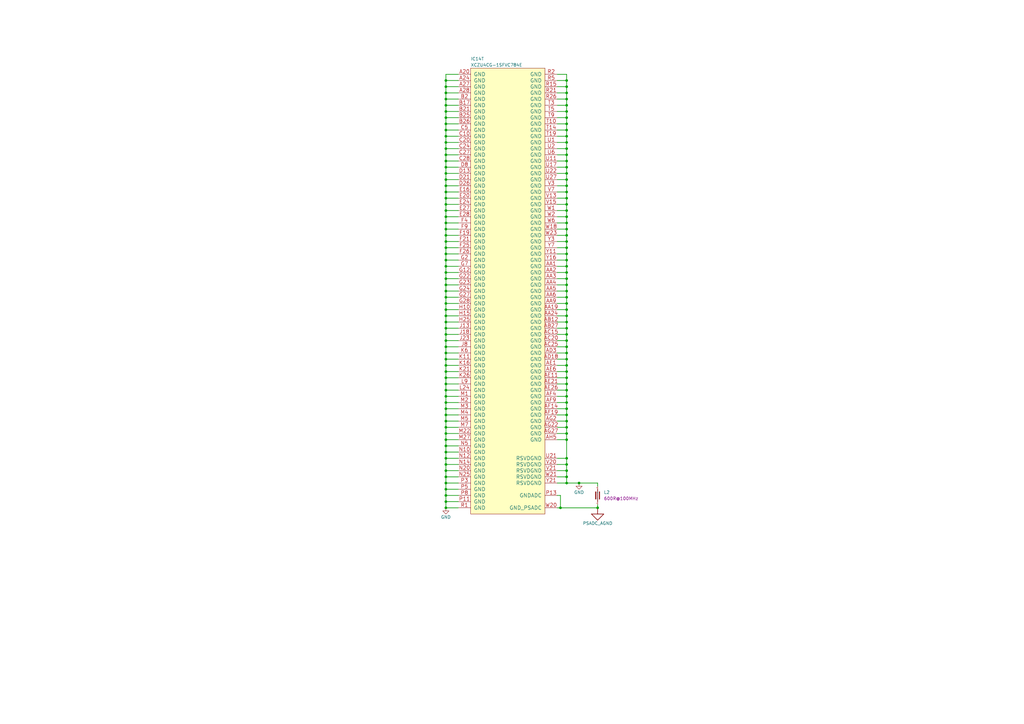
<source format=kicad_sch>
(kicad_sch (version 20250114) (generator "eeschema") (generator_version "9.0")
  (paper "A3")
  (title_block (title "FPGA GND Pins") (rev "-"))
  (lib_symbols
    (symbol "Inductors SMD:IND0805_WURTH_742792040" (pin_names (offset 1.27))
      (property "Reference" "L" (at 3.81 1.778 0))
      (property "Val" "600R@100MHz" (at 3.81 -1.778 0))
      (symbol "IND0805_WURTH_742792040_0_1"
        (pin passive line (at 0 0 0) (length 1.27) (name "1") (number "1"))
        (pin passive line (at 7.62 0 180) (length 1.27) (name "2") (number "2"))
      )
      (symbol "IND0805_WURTH_742792040_0_2"
        (pin passive line (at 0 0 0) (length 1.524) (name "1") (number "1"))
        (pin passive line (at 7.62 0 180) (length 1.524) (name "2") (number "2"))
      )
    )
    (symbol "Logic:XCZU4CG-1SFVC784E" (pin_names (offset 1.27))
      (property "Reference" "IC14" (at 0 3.81 0))
      (property "Value" "XCZU4CG-1SFVC784E" (at 0 1.27 0))
      (symbol "XCZU4CG-1SFVC784E_1_1"
        (text "BANK 43" (at 5.08 -15.24 900) (effects (font (size 1.778 1.778) (bold yes)) (justify left bottom)))
        (pin bidirectional line (at 43.18 -2.54 180) (length 5.08) (name "IO_L1P_AD11P_43") (number "AG10"))
        (pin bidirectional line (at 43.18 -5.08 180) (length 5.08) (name "IO_L1N_AD11N_43") (number "AH10"))
        (pin bidirectional line (at 43.18 -7.62 180) (length 5.08) (name "IO_L2P_AD10P_43") (number "AF11"))
        (pin bidirectional line (at 43.18 -10.16 180) (length 5.08) (name "IO_L2N_AD10N_43") (number "AG11"))
        (pin bidirectional line (at 43.18 -12.7 180) (length 5.08) (name "IO_L3P_AD9P_43") (number "AH12"))
        (pin bidirectional line (at 43.18 -15.24 180) (length 5.08) (name "IO_L3N_AD9N_43") (number "AH11"))
        (pin bidirectional line (at 43.18 -17.78 180) (length 5.08) (name "IO_L4P_AD8P_43") (number "AE10"))
        (pin bidirectional line (at 43.18 -20.32 180) (length 5.08) (name "IO_L4N_AD8N_43") (number "AF10"))
        (pin bidirectional line (at 43.18 -22.86 180) (length 5.08) (name "IO_L5P_HDGC_AD7P_43") (number "AE12"))
        (pin bidirectional line (at 43.18 -25.4 180) (length 5.08) (name "IO_L5N_HDGC_AD7N_43") (number "AF12"))
        (pin bidirectional line (at 43.18 -27.94 180) (length 5.08) (name "IO_L6P_HDGC_AD6P_43") (number "AC12"))
        (pin bidirectional line (at 43.18 -30.48 180) (length 5.08) (name "IO_L6N_HDGC_AD6N_43") (number "AD12"))
        (pin bidirectional line (at 43.18 -33.02 180) (length 5.08) (name "IO_L7P_HDGC_AD5P_43") (number "AD11"))
        (pin bidirectional line (at 43.18 -35.56 180) (length 5.08) (name "IO_L7N_HDGC_AD5N_43") (number "AD10"))
        (pin bidirectional line (at 43.18 -38.1 180) (length 5.08) (name "IO_L8P_HDGC_AD4P_43") (number "AB11"))
        (pin bidirectional line (at 43.18 -40.64 180) (length 5.08) (name "IO_L8N_HDGC_AD4N_43") (number "AC11"))
        (pin bidirectional line (at 43.18 -43.18 180) (length 5.08) (name "IO_L9P_AD3P_43") (number "AA11"))
        (pin bidirectional line (at 43.18 -45.72 180) (length 5.08) (name "IO_L9N_AD3N_43") (number "AA10"))
        (pin bidirectional line (at 43.18 -48.26 180) (length 5.08) (name "IO_L10P_AD2P_43") (number "W10"))
        (pin bidirectional line (at 43.18 -50.8 180) (length 5.08) (name "IO_L10N_AD2N_43") (number "Y10"))
        (pin bidirectional line (at 43.18 -53.34 180) (length 5.08) (name "IO_L11P_AD1P_43") (number "Y9"))
        (pin bidirectional line (at 43.18 -55.88 180) (length 5.08) (name "IO_L11N_AD1N_43") (number "AA8"))
        (pin bidirectional line (at 43.18 -58.42 180) (length 5.08) (name "IO_L12P_AD0P_43") (number "AB10"))
        (pin bidirectional line (at 43.18 -60.96 180) (length 5.08) (name "IO_L12N_AD0N_43") (number "AB9"))
      )
      (symbol "XCZU4CG-1SFVC784E_2_1"
        (text "BANK 44" (at 5.08 -15.24 900) (effects (font (size 1.778 1.778) (bold yes)) (justify left bottom)))
        (pin bidirectional line (at 43.18 -2.54 180) (length 5.08) (name "IO_L1P_AD15P_44") (number "AE15"))
        (pin bidirectional line (at 43.18 -5.08 180) (length 5.08) (name "IO_L1N_AD15N_44") (number "AE14"))
        (pin bidirectional line (at 43.18 -7.62 180) (length 5.08) (name "IO_L2P_AD14P_44") (number "AG14"))
        (pin bidirectional line (at 43.18 -10.16 180) (length 5.08) (name "IO_L2N_AD14N_44") (number "AH14"))
        (pin bidirectional line (at 43.18 -12.7 180) (length 5.08) (name "IO_L3P_AD13P_44") (number "AG13"))
        (pin bidirectional line (at 43.18 -15.24 180) (length 5.08) (name "IO_L3N_AD13N_44") (number "AH13"))
        (pin bidirectional line (at 43.18 -17.78 180) (length 5.08) (name "IO_L4P_AD12P_44") (number "AE13"))
        (pin bidirectional line (at 43.18 -20.32 180) (length 5.08) (name "IO_L4N_AD12N_44") (number "AF13"))
        (pin bidirectional line (at 43.18 -22.86 180) (length 5.08) (name "IO_L5P_HDGC_44") (number "AD15"))
        (pin bidirectional line (at 43.18 -25.4 180) (length 5.08) (name "IO_L5N_HDGC_44") (number "AD14"))
        (pin bidirectional line (at 43.18 -27.94 180) (length 5.08) (name "IO_L6P_HDGC_44") (number "AC14"))
        (pin bidirectional line (at 43.18 -30.48 180) (length 5.08) (name "IO_L6N_HDGC_44") (number "AC13"))
        (pin bidirectional line (at 43.18 -33.02 180) (length 5.08) (name "IO_L7P_HDGC_44") (number "AA13"))
        (pin bidirectional line (at 43.18 -35.56 180) (length 5.08) (name "IO_L7N_HDGC_44") (number "AB13"))
        (pin bidirectional line (at 43.18 -38.1 180) (length 5.08) (name "IO_L8P_HDGC_44") (number "AB15"))
        (pin bidirectional line (at 43.18 -40.64 180) (length 5.08) (name "IO_L8N_HDGC_44") (number "AB14"))
        (pin bidirectional line (at 43.18 -43.18 180) (length 5.08) (name "IO_L9P_AD11P_44") (number "W14"))
        (pin bidirectional line (at 43.18 -45.72 180) (length 5.08) (name "IO_L9N_AD11N_44") (number "W13"))
        (pin bidirectional line (at 43.18 -48.26 180) (length 5.08) (name "IO_L10P_AD10P_44") (number "Y14"))
        (pin bidirectional line (at 43.18 -50.8 180) (length 5.08) (name "IO_L10N_AD10N_44") (number "Y13"))
        (pin bidirectional line (at 43.18 -53.34 180) (length 5.08) (name "IO_L11P_AD9P_44") (number "W12"))
        (pin bidirectional line (at 43.18 -55.88 180) (length 5.08) (name "IO_L11N_AD9N_44") (number "W11"))
        (pin bidirectional line (at 43.18 -58.42 180) (length 5.08) (name "IO_L12P_AD8P_44") (number "Y12"))
        (pin bidirectional line (at 43.18 -60.96 180) (length 5.08) (name "IO_L12N_AD8N_44") (number "AA12"))
      )
      (symbol "XCZU4CG-1SFVC784E_3_1"
        (text "BANK 45" (at 5.08 -15.24 900) (effects (font (size 1.778 1.778) (bold yes)) (justify left bottom)))
        (pin bidirectional line (at 43.18 -2.54 180) (length 5.08) (name "IO_L1P_AD15P_45") (number "J11"))
        (pin bidirectional line (at 43.18 -5.08 180) (length 5.08) (name "IO_L1N_AD15N_45") (number "J10"))
        (pin bidirectional line (at 43.18 -7.62 180) (length 5.08) (name "IO_L2P_AD14P_45") (number "K13"))
        (pin bidirectional line (at 43.18 -10.16 180) (length 5.08) (name "IO_L2N_AD14N_45") (number "K12"))
        (pin bidirectional line (at 43.18 -12.7 180) (length 5.08) (name "IO_L3P_AD13P_45") (number "H11"))
        (pin bidirectional line (at 43.18 -15.24 180) (length 5.08) (name "IO_L3N_AD13N_45") (number "G10"))
        (pin bidirectional line (at 43.18 -17.78 180) (length 5.08) (name "IO_L4P_AD12P_45") (number "J12"))
        (pin bidirectional line (at 43.18 -20.32 180) (length 5.08) (name "IO_L4N_AD12N_45") (number "H12"))
        (pin bidirectional line (at 43.18 -22.86 180) (length 5.08) (name "IO_L5P_HDGC_45") (number "G11"))
        (pin bidirectional line (at 43.18 -25.4 180) (length 5.08) (name "IO_L5N_HDGC_45") (number "F10"))
        (pin bidirectional line (at 43.18 -27.94 180) (length 5.08) (name "IO_L6P_HDGC_45") (number "F12"))
        (pin bidirectional line (at 43.18 -30.48 180) (length 5.08) (name "IO_L6N_HDGC_45") (number "F11"))
        (pin bidirectional line (at 43.18 -33.02 180) (length 5.08) (name "IO_L7P_HDGC_45") (number "E10"))
        (pin bidirectional line (at 43.18 -35.56 180) (length 5.08) (name "IO_L7N_HDGC_45") (number "D10"))
        (pin bidirectional line (at 43.18 -38.1 180) (length 5.08) (name "IO_L8P_HDGC_45") (number "E12"))
        (pin bidirectional line (at 43.18 -40.64 180) (length 5.08) (name "IO_L8N_HDGC_45") (number "D11"))
        (pin bidirectional line (at 43.18 -43.18 180) (length 5.08) (name "IO_L9P_AD11P_45") (number "C11"))
        (pin bidirectional line (at 43.18 -45.72 180) (length 5.08) (name "IO_L9N_AD11N_45") (number "B10"))
        (pin bidirectional line (at 43.18 -48.26 180) (length 5.08) (name "IO_L10P_AD10P_45") (number "B11"))
        (pin bidirectional line (at 43.18 -50.8 180) (length 5.08) (name "IO_L10N_AD10N_45") (number "A10"))
        (pin bidirectional line (at 43.18 -53.34 180) (length 5.08) (name "IO_L11P_AD9P_45") (number "A12"))
        (pin bidirectional line (at 43.18 -55.88 180) (length 5.08) (name "IO_L11N_AD9N_45") (number "A11"))
        (pin bidirectional line (at 43.18 -58.42 180) (length 5.08) (name "IO_L12P_AD8P_45") (number "D12"))
        (pin bidirectional line (at 43.18 -60.96 180) (length 5.08) (name "IO_L12N_AD8N_45") (number "C12"))
      )
      (symbol "XCZU4CG-1SFVC784E_4_1"
        (text "BANK 46" (at 5.08 -15.24 900) (effects (font (size 1.778 1.778) (bold yes)) (justify left bottom)))
        (pin bidirectional line (at 43.18 -2.54 180) (length 5.08) (name "IO_L1P_AD11P_46") (number "B15"))
        (pin bidirectional line (at 43.18 -5.08 180) (length 5.08) (name "IO_L1N_AD11N_46") (number "A15"))
        (pin bidirectional line (at 43.18 -7.62 180) (length 5.08) (name "IO_L2P_AD10P_46") (number "B14"))
        (pin bidirectional line (at 43.18 -10.16 180) (length 5.08) (name "IO_L2N_AD10N_46") (number "A14"))
        (pin bidirectional line (at 43.18 -12.7 180) (length 5.08) (name "IO_L3P_AD9P_46") (number "B13"))
        (pin bidirectional line (at 43.18 -15.24 180) (length 5.08) (name "IO_L3N_AD9N_46") (number "A13"))
        (pin bidirectional line (at 43.18 -17.78 180) (length 5.08) (name "IO_L4P_AD8P_46") (number "C14"))
        (pin bidirectional line (at 43.18 -20.32 180) (length 5.08) (name "IO_L4N_AD8N_46") (number "C13"))
        (pin bidirectional line (at 43.18 -22.86 180) (length 5.08) (name "IO_L5P_HDGC_AD7P_46") (number "D15"))
        (pin bidirectional line (at 43.18 -25.4 180) (length 5.08) (name "IO_L5N_HDGC_AD7N_46") (number "D14"))
        (pin bidirectional line (at 43.18 -27.94 180) (length 5.08) (name "IO_L6P_HDGC_AD6P_46") (number "E14"))
        (pin bidirectional line (at 43.18 -30.48 180) (length 5.08) (name "IO_L6N_HDGC_AD6N_46") (number "E13"))
        (pin bidirectional line (at 43.18 -33.02 180) (length 5.08) (name "IO_L7P_HDGC_AD5P_46") (number "G13"))
        (pin bidirectional line (at 43.18 -35.56 180) (length 5.08) (name "IO_L7N_HDGC_AD5N_46") (number "F13"))
        (pin bidirectional line (at 43.18 -38.1 180) (length 5.08) (name "IO_L8P_HDGC_AD4P_46") (number "F15"))
        (pin bidirectional line (at 43.18 -40.64 180) (length 5.08) (name "IO_L8N_HDGC_AD4N_46") (number "E15"))
        (pin bidirectional line (at 43.18 -43.18 180) (length 5.08) (name "IO_L9P_AD3P_46") (number "G15"))
        (pin bidirectional line (at 43.18 -45.72 180) (length 5.08) (name "IO_L9N_AD3N_46") (number "G14"))
        (pin bidirectional line (at 43.18 -48.26 180) (length 5.08) (name "IO_L10P_AD2P_46") (number "H14"))
        (pin bidirectional line (at 43.18 -50.8 180) (length 5.08) (name "IO_L10N_AD2N_46") (number "H13"))
        (pin bidirectional line (at 43.18 -53.34 180) (length 5.08) (name "IO_L11P_AD1P_46") (number "K14"))
        (pin bidirectional line (at 43.18 -55.88 180) (length 5.08) (name "IO_L11N_AD1N_46") (number "J14"))
        (pin bidirectional line (at 43.18 -58.42 180) (length 5.08) (name "IO_L12P_AD0P_46") (number "L14"))
        (pin bidirectional line (at 43.18 -60.96 180) (length 5.08) (name "IO_L12N_AD0N_46") (number "L13"))
      )
      (symbol "XCZU4CG-1SFVC784E_5_1"
        (text "BANK 64" (at 5.08 -15.24 900) (effects (font (size 1.778 1.778) (bold yes)) (justify left bottom)))
        (pin bidirectional line (at 58.42 -2.54 180) (length 5.08) (name "IO_L1P_T0L_N0_DBC_64") (number "AC9"))
        (pin bidirectional line (at 58.42 -5.08 180) (length 5.08) (name "IO_L1N_T0L_N1_DBC_64") (number "AD9"))
        (pin bidirectional line (at 58.42 -7.62 180) (length 5.08) (name "IO_L2P_T0L_N2_64") (number "AE9"))
        (pin bidirectional line (at 58.42 -10.16 180) (length 5.08) (name "IO_L2N_T0L_N3_64") (number "AE8"))
        (pin bidirectional line (at 58.42 -12.7 180) (length 5.08) (name "IO_L3P_T0L_N4_AD15P_64") (number "AB8"))
        (pin bidirectional line (at 58.42 -15.24 180) (length 5.08) (name "IO_L3N_T0L_N5_AD15N_64") (number "AC8"))
        (pin bidirectional line (at 58.42 -17.78 180) (length 5.08) (name "IO_L4P_T0U_N6_DBC_AD7P_64") (number "AD7"))
        (pin bidirectional line (at 58.42 -20.32 180) (length 5.08) (name "IO_L4N_T0U_N7_DBC_AD7N_64") (number "AE7"))
        (pin bidirectional line (at 58.42 -22.86 180) (length 5.08) (name "IO_L5P_T0U_N8_AD14P_64") (number "AB7"))
        (pin bidirectional line (at 58.42 -25.4 180) (length 5.08) (name "IO_L5N_T0U_N9_AD14N_64") (number "AC7"))
        (pin bidirectional line (at 58.42 -27.94 180) (length 5.08) (name "IO_L6P_T0U_N10_AD6P_64") (number "AB6"))
        (pin bidirectional line (at 58.42 -30.48 180) (length 5.08) (name "IO_L6N_T0U_N11_AD6N_64") (number "AC6"))
        (pin bidirectional line (at 58.42 -33.02 180) (length 5.08) (name "IO_L7P_T1L_N0_QBC_AD13P_64") (number "AG9"))
        (pin bidirectional line (at 58.42 -35.56 180) (length 5.08) (name "IO_L7N_T1L_N1_QBC_AD13N_64") (number "AH9"))
        (pin bidirectional line (at 58.42 -38.1 180) (length 5.08) (name "IO_L8P_T1L_N2_AD5P_64") (number "AF8"))
        (pin bidirectional line (at 58.42 -40.64 180) (length 5.08) (name "IO_L8N_T1L_N3_AD5N_64") (number "AG8"))
        (pin bidirectional line (at 58.42 -43.18 180) (length 5.08) (name "IO_L9P_T1L_N4_AD12P_64") (number "AH8"))
        (pin bidirectional line (at 58.42 -45.72 180) (length 5.08) (name "IO_L9N_T1L_N5_AD12N_64") (number "AH7"))
        (pin bidirectional line (at 58.42 -48.26 180) (length 5.08) (name "IO_L10P_T1U_N6_QBC_AD4P_64") (number "AG6"))
        (pin bidirectional line (at 58.42 -50.8 180) (length 5.08) (name "IO_L10N_T1U_N7_QBC_AD4N_64") (number "AG5"))
        (pin bidirectional line (at 58.42 -53.34 180) (length 5.08) (name "IO_L11P_T1U_N8_GC_64") (number "AF7"))
        (pin bidirectional line (at 58.42 -55.88 180) (length 5.08) (name "IO_L11N_T1U_N9_GC_64") (number "AF6"))
        (pin bidirectional line (at 58.42 -58.42 180) (length 5.08) (name "IO_L12P_T1U_N10_GC_64") (number "AE5"))
        (pin bidirectional line (at 58.42 -60.96 180) (length 5.08) (name "IO_L12N_T1U_N11_GC_64") (number "AF5"))
        (pin bidirectional line (at 58.42 -63.5 180) (length 5.08) (name "IO_L13P_T2L_N0_GC_QBC_64") (number "AD5"))
        (pin bidirectional line (at 58.42 -66.04 180) (length 5.08) (name "IO_L13N_T2L_N1_GC_QBC_64") (number "AD4"))
        (pin bidirectional line (at 58.42 -68.58 180) (length 5.08) (name "IO_L14P_T2L_N2_GC_64") (number "AC4"))
        (pin bidirectional line (at 58.42 -71.12 180) (length 5.08) (name "IO_L14N_T2L_N3_GC_64") (number "AC3"))
        (pin bidirectional line (at 58.42 -73.66 180) (length 5.08) (name "IO_L15P_T2L_N4_AD11P_64") (number "AB4"))
        (pin bidirectional line (at 58.42 -76.2 180) (length 5.08) (name "IO_L15N_T2L_N5_AD11N_64") (number "AB3"))
        (pin bidirectional line (at 58.42 -78.74 180) (length 5.08) (name "IO_L16P_T2U_N6_QBC_AD3P_64") (number "AD2"))
        (pin bidirectional line (at 58.42 -81.28 180) (length 5.08) (name "IO_L16N_T2U_N7_QBC_AD3N_64") (number "AD1"))
        (pin bidirectional line (at 58.42 -83.82 180) (length 5.08) (name "IO_L17P_T2U_N8_AD10P_64") (number "AB2"))
        (pin bidirectional line (at 58.42 -86.36 180) (length 5.08) (name "IO_L17N_T2U_N9_AD10N_64") (number "AC2"))
        (pin bidirectional line (at 58.42 -88.9 180) (length 5.08) (name "IO_L18P_T2U_N10_AD2P_64") (number "AB1"))
        (pin bidirectional line (at 58.42 -91.44 180) (length 5.08) (name "IO_L18N_T2U_N11_AD2N_64") (number "AC1"))
        (pin bidirectional line (at 58.42 -93.98 180) (length 5.08) (name "IO_L19P_T3L_N0_DBC_AD9P_64") (number "AG4"))
        (pin bidirectional line (at 58.42 -96.52 180) (length 5.08) (name "IO_L19N_T3L_N1_DBC_AD9N_64") (number "AH4"))
        (pin bidirectional line (at 58.42 -99.06 180) (length 5.08) (name "IO_L20P_T3L_N2_AD1P_64") (number "AG3"))
        (pin bidirectional line (at 58.42 -101.6 180) (length 5.08) (name "IO_L20N_T3L_N3_AD1N_64") (number "AH3"))
        (pin bidirectional line (at 58.42 -104.14 180) (length 5.08) (name "IO_L21P_T3L_N4_AD8P_64") (number "AE3"))
        (pin bidirectional line (at 58.42 -106.68 180) (length 5.08) (name "IO_L21N_T3L_N5_AD8N_64") (number "AF3"))
        (pin bidirectional line (at 58.42 -109.22 180) (length 5.08) (name "IO_L22P_T3U_N6_DBC_AD0P_64") (number "AE2"))
        (pin bidirectional line (at 58.42 -111.76 180) (length 5.08) (name "IO_L22N_T3U_N7_DBC_AD0N_64") (number "AF2"))
        (pin bidirectional line (at 58.42 -114.3 180) (length 5.08) (name "IO_L23P_T3U_N8_64") (number "AH2"))
        (pin bidirectional line (at 58.42 -116.84 180) (length 5.08) (name "IO_L23N_T3U_N9_64") (number "AH1"))
        (pin bidirectional line (at 58.42 -119.38 180) (length 5.08) (name "IO_L24P_T3U_N10_64") (number "AF1"))
        (pin bidirectional line (at 58.42 -121.92 180) (length 5.08) (name "IO_L24N_T3U_N11_64") (number "AG1"))
        (pin bidirectional line (at 58.42 -127 180) (length 5.08) (name "IO_T0U_N12_VRP_64") (number "AD6"))
        (pin bidirectional line (at 58.42 -129.54 180) (length 5.08) (name "IO_T1U_N12_64") (number "AH6"))
        (pin bidirectional line (at 58.42 -132.08 180) (length 5.08) (name "IO_T2U_N12_64") (number "AB5"))
        (pin bidirectional line (at 58.42 -134.62 180) (length 5.08) (name "IO_T3U_N12_64") (number "AE4"))
      )
      (symbol "XCZU4CG-1SFVC784E_6_1"
        (text "BANK 65" (at 5.08 -15.24 900) (effects (font (size 1.778 1.778) (bold yes)) (justify left bottom)))
        (pin bidirectional line (at 58.42 -2.54 180) (length 5.08) (name "IO_L1P_T0L_N0_DBC_65") (number "W8"))
        (pin bidirectional line (at 58.42 -5.08 180) (length 5.08) (name "IO_L1N_T0L_N1_DBC_65") (number "Y8"))
        (pin bidirectional line (at 58.42 -7.62 180) (length 5.08) (name "IO_L2P_T0L_N2_65") (number "U9"))
        (pin bidirectional line (at 58.42 -10.16 180) (length 5.08) (name "IO_L2N_T0L_N3_65") (number "V9"))
        (pin bidirectional line (at 58.42 -12.7 180) (length 5.08) (name "IO_L3P_T0L_N4_AD15P_65") (number "U8"))
        (pin bidirectional line (at 58.42 -15.24 180) (length 5.08) (name "IO_L3N_T0L_N5_AD15N_65") (number "V8"))
        (pin bidirectional line (at 58.42 -17.78 180) (length 5.08) (name "IO_L4P_T0U_N6_DBC_AD7P_SMBALERT_65") (number "R8"))
        (pin bidirectional line (at 58.42 -20.32 180) (length 5.08) (name "IO_L4N_T0U_N7_DBC_AD7N_65") (number "T8"))
        (pin bidirectional line (at 58.42 -22.86 180) (length 5.08) (name "IO_L5P_T0U_N8_AD14P_65") (number "R7"))
        (pin bidirectional line (at 58.42 -25.4 180) (length 5.08) (name "IO_L5N_T0U_N9_AD14N_65") (number "T7"))
        (pin bidirectional line (at 58.42 -27.94 180) (length 5.08) (name "IO_L6P_T0U_N10_AD6P_65") (number "R6"))
        (pin bidirectional line (at 58.42 -30.48 180) (length 5.08) (name "IO_L6N_T0U_N11_AD6N_65") (number "T6"))
        (pin bidirectional line (at 58.42 -33.02 180) (length 5.08) (name "IO_L7P_T1L_N0_QBC_AD13P_65") (number "L1"))
        (pin bidirectional line (at 58.42 -35.56 180) (length 5.08) (name "IO_L7N_T1L_N1_QBC_AD13N_65") (number "K1"))
        (pin bidirectional line (at 58.42 -38.1 180) (length 5.08) (name "IO_L8P_T1L_N2_AD5P_65") (number "J1"))
        (pin bidirectional line (at 58.42 -40.64 180) (length 5.08) (name "IO_L8N_T1L_N3_AD5N_65") (number "H1"))
        (pin bidirectional line (at 58.42 -43.18 180) (length 5.08) (name "IO_L9P_T1L_N4_AD12P_65") (number "K2"))
        (pin bidirectional line (at 58.42 -45.72 180) (length 5.08) (name "IO_L9N_T1L_N5_AD12N_65") (number "J2"))
        (pin bidirectional line (at 58.42 -48.26 180) (length 5.08) (name "IO_L10P_T1U_N6_QBC_AD4P_65") (number "H4"))
        (pin bidirectional line (at 58.42 -50.8 180) (length 5.08) (name "IO_L10N_T1U_N7_QBC_AD4N_65") (number "H3"))
        (pin bidirectional line (at 58.42 -53.34 180) (length 5.08) (name "IO_L11P_T1U_N8_GC_65") (number "K4"))
        (pin bidirectional line (at 58.42 -55.88 180) (length 5.08) (name "IO_L11N_T1U_N9_GC_65") (number "K3"))
        (pin bidirectional line (at 58.42 -58.42 180) (length 5.08) (name "IO_L12P_T1U_N10_GC_65") (number "L3"))
        (pin bidirectional line (at 58.42 -60.96 180) (length 5.08) (name "IO_L12N_T1U_N11_GC_65") (number "L2"))
        (pin bidirectional line (at 58.42 -63.5 180) (length 5.08) (name "IO_L13P_T2L_N0_GC_QBC_65") (number "L7"))
        (pin bidirectional line (at 58.42 -66.04 180) (length 5.08) (name "IO_L13N_T2L_N1_GC_QBC_65") (number "L6"))
        (pin bidirectional line (at 58.42 -68.58 180) (length 5.08) (name "IO_L14P_T2L_N2_GC_65") (number "M6"))
        (pin bidirectional line (at 58.42 -71.12 180) (length 5.08) (name "IO_L14N_T2L_N3_GC_65") (number "L5"))
        (pin bidirectional line (at 58.42 -73.66 180) (length 5.08) (name "IO_L15P_T2L_N4_AD11P_65") (number "N7"))
        (pin bidirectional line (at 58.42 -76.2 180) (length 5.08) (name "IO_L15N_T2L_N5_AD11N_65") (number "N6"))
        (pin bidirectional line (at 58.42 -78.74 180) (length 5.08) (name "IO_L16P_T2U_N6_QBC_AD3P_65") (number "P7"))
        (pin bidirectional line (at 58.42 -81.28 180) (length 5.08) (name "IO_L16N_T2U_N7_QBC_AD3N_65") (number "P6"))
        (pin bidirectional line (at 58.42 -83.82 180) (length 5.08) (name "IO_L17P_T2U_N8_AD10P_65") (number "N9"))
        (pin bidirectional line (at 58.42 -86.36 180) (length 5.08) (name "IO_L17N_T2U_N9_AD10N_65") (number "N8"))
        (pin bidirectional line (at 58.42 -88.9 180) (length 5.08) (name "IO_L18P_T2U_N10_AD2P_65") (number "M8"))
        (pin bidirectional line (at 58.42 -91.44 180) (length 5.08) (name "IO_L18N_T2U_N11_AD2N_65") (number "L8"))
        (pin bidirectional line (at 58.42 -93.98 180) (length 5.08) (name "IO_L19P_T3L_N0_DBC_AD9P_65") (number "J5"))
        (pin bidirectional line (at 58.42 -96.52 180) (length 5.08) (name "IO_L19N_T3L_N1_DBC_AD9N_65") (number "J4"))
        (pin bidirectional line (at 58.42 -99.06 180) (length 5.08) (name "IO_L20P_T3L_N2_AD1P_65") (number "J6"))
        (pin bidirectional line (at 58.42 -101.6 180) (length 5.08) (name "IO_L20N_T3L_N3_AD1N_65") (number "H6"))
        (pin bidirectional line (at 58.42 -104.14 180) (length 5.08) (name "IO_L21P_T3L_N4_AD8P_65") (number "J7"))
        (pin bidirectional line (at 58.42 -106.68 180) (length 5.08) (name "IO_L21N_T3L_N5_AD8N_65") (number "H7"))
        (pin bidirectional line (at 58.42 -109.22 180) (length 5.08) (name "IO_L22P_T3U_N6_DBC_AD0P_65") (number "K8"))
        (pin bidirectional line (at 58.42 -111.76 180) (length 5.08) (name "IO_L22N_T3U_N7_DBC_AD0N_65") (number "K7"))
        (pin bidirectional line (at 58.42 -114.3 180) (length 5.08) (name "IO_L23P_T3U_N8_I2C_SCLK_65") (number "K9"))
        (pin bidirectional line (at 58.42 -116.84 180) (length 5.08) (name "IO_L23N_T3U_N9_65") (number "J9"))
        (pin bidirectional line (at 58.42 -119.38 180) (length 5.08) (name "IO_L24P_T3U_N10_PERSTN1_I2C_SDA_65") (number "H9"))
        (pin bidirectional line (at 58.42 -121.92 180) (length 5.08) (name "IO_L24N_T3U_N11_PERSTN0_65") (number "H8"))
        (pin bidirectional line (at 58.42 -127 180) (length 5.08) (name "IO_T0U_N12_VRP_65") (number "W9"))
        (pin bidirectional line (at 58.42 -129.54 180) (length 5.08) (name "IO_T1U_N12_65") (number "H2"))
        (pin bidirectional line (at 58.42 -132.08 180) (length 5.08) (name "IO_T2U_N12_65") (number "P9"))
        (pin bidirectional line (at 58.42 -134.62 180) (length 5.08) (name "IO_T3U_N12_65") (number "K5"))
      )
      (symbol "XCZU4CG-1SFVC784E_7_1"
        (text "BANK 66" (at 5.08 -15.24 900) (effects (font (size 1.778 1.778) (bold yes)) (justify left bottom)))
        (pin bidirectional line (at 58.42 -2.54 180) (length 5.08) (name "IO_L1P_T0L_N0_DBC_66") (number "G1"))
        (pin bidirectional line (at 58.42 -5.08 180) (length 5.08) (name "IO_L1N_T0L_N1_DBC_66") (number "F1"))
        (pin bidirectional line (at 58.42 -7.62 180) (length 5.08) (name "IO_L2P_T0L_N2_66") (number "E1"))
        (pin bidirectional line (at 58.42 -10.16 180) (length 5.08) (name "IO_L2N_T0L_N3_66") (number "D1"))
        (pin bidirectional line (at 58.42 -12.7 180) (length 5.08) (name "IO_L3P_T0L_N4_AD15P_66") (number "F2"))
        (pin bidirectional line (at 58.42 -15.24 180) (length 5.08) (name "IO_L3N_T0L_N5_AD15N_66") (number "E2"))
        (pin bidirectional line (at 58.42 -17.78 180) (length 5.08) (name "IO_L4P_T0U_N6_DBC_AD7P_66") (number "G3"))
        (pin bidirectional line (at 58.42 -20.32 180) (length 5.08) (name "IO_L4N_T0U_N7_DBC_AD7N_66") (number "F3"))
        (pin bidirectional line (at 58.42 -22.86 180) (length 5.08) (name "IO_L5P_T0U_N8_AD14P_66") (number "E4"))
        (pin bidirectional line (at 58.42 -25.4 180) (length 5.08) (name "IO_L5N_T0U_N9_AD14N_66") (number "E3"))
        (pin bidirectional line (at 58.42 -27.94 180) (length 5.08) (name "IO_L6P_T0U_N10_AD6P_66") (number "G5"))
        (pin bidirectional line (at 58.42 -30.48 180) (length 5.08) (name "IO_L6N_T0U_N11_AD6N_66") (number "F5"))
        (pin bidirectional line (at 58.42 -33.02 180) (length 5.08) (name "IO_L7P_T1L_N0_QBC_AD13P_66") (number "C1"))
        (pin bidirectional line (at 58.42 -35.56 180) (length 5.08) (name "IO_L7N_T1L_N1_QBC_AD13N_66") (number "B1"))
        (pin bidirectional line (at 58.42 -38.1 180) (length 5.08) (name "IO_L8P_T1L_N2_AD5P_66") (number "A2"))
        (pin bidirectional line (at 58.42 -40.64 180) (length 5.08) (name "IO_L8N_T1L_N3_AD5N_66") (number "A1"))
        (pin bidirectional line (at 58.42 -43.18 180) (length 5.08) (name "IO_L9P_T1L_N4_AD12P_66") (number "B3"))
        (pin bidirectional line (at 58.42 -45.72 180) (length 5.08) (name "IO_L9N_T1L_N5_AD12N_66") (number "A3"))
        (pin bidirectional line (at 58.42 -48.26 180) (length 5.08) (name "IO_L10P_T1U_N6_QBC_AD4P_66") (number "B4"))
        (pin bidirectional line (at 58.42 -50.8 180) (length 5.08) (name "IO_L10N_T1U_N7_QBC_AD4N_66") (number "A4"))
        (pin bidirectional line (at 58.42 -53.34 180) (length 5.08) (name "IO_L11P_T1U_N8_GC_66") (number "D4"))
        (pin bidirectional line (at 58.42 -55.88 180) (length 5.08) (name "IO_L11N_T1U_N9_GC_66") (number "C4"))
        (pin bidirectional line (at 58.42 -58.42 180) (length 5.08) (name "IO_L12P_T1U_N10_GC_66") (number "C3"))
        (pin bidirectional line (at 58.42 -60.96 180) (length 5.08) (name "IO_L12N_T1U_N11_GC_66") (number "C2"))
        (pin bidirectional line (at 58.42 -63.5 180) (length 5.08) (name "IO_L13P_T2L_N0_GC_QBC_66") (number "D7"))
        (pin bidirectional line (at 58.42 -66.04 180) (length 5.08) (name "IO_L13N_T2L_N1_GC_QBC_66") (number "D6"))
        (pin bidirectional line (at 58.42 -68.58 180) (length 5.08) (name "IO_L14P_T2L_N2_GC_66") (number "E5"))
        (pin bidirectional line (at 58.42 -71.12 180) (length 5.08) (name "IO_L14N_T2L_N3_GC_66") (number "D5"))
        (pin bidirectional line (at 58.42 -73.66 180) (length 5.08) (name "IO_L15P_T2L_N4_AD11P_66") (number "G6"))
        (pin bidirectional line (at 58.42 -76.2 180) (length 5.08) (name "IO_L15N_T2L_N5_AD11N_66") (number "F6"))
        (pin bidirectional line (at 58.42 -78.74 180) (length 5.08) (name "IO_L16P_T2U_N6_QBC_AD3P_66") (number "G8"))
        (pin bidirectional line (at 58.42 -81.28 180) (length 5.08) (name "IO_L16N_T2U_N7_QBC_AD3N_66") (number "F7"))
        (pin bidirectional line (at 58.42 -83.82 180) (length 5.08) (name "IO_L17P_T2U_N8_AD10P_66") (number "F8"))
        (pin bidirectional line (at 58.42 -86.36 180) (length 5.08) (name "IO_L17N_T2U_N9_AD10N_66") (number "E8"))
        (pin bidirectional line (at 58.42 -88.9 180) (length 5.08) (name "IO_L18P_T2U_N10_AD2P_66") (number "E9"))
        (pin bidirectional line (at 58.42 -91.44 180) (length 5.08) (name "IO_L18N_T2U_N11_AD2N_66") (number "D9"))
        (pin bidirectional line (at 58.42 -93.98 180) (length 5.08) (name "IO_L19P_T3L_N0_DBC_AD9P_66") (number "B5"))
        (pin bidirectional line (at 58.42 -96.52 180) (length 5.08) (name "IO_L19N_T3L_N1_DBC_AD9N_66") (number "A5"))
        (pin bidirectional line (at 58.42 -99.06 180) (length 5.08) (name "IO_L20P_T3L_N2_AD1P_66") (number "C6"))
        (pin bidirectional line (at 58.42 -101.6 180) (length 5.08) (name "IO_L20N_T3L_N3_AD1N_66") (number "B6"))
        (pin bidirectional line (at 58.42 -104.14 180) (length 5.08) (name "IO_L21P_T3L_N4_AD8P_66") (number "A7"))
        (pin bidirectional line (at 58.42 -106.68 180) (length 5.08) (name "IO_L21N_T3L_N5_AD8N_66") (number "A6"))
        (pin bidirectional line (at 58.42 -109.22 180) (length 5.08) (name "IO_L22P_T3U_N6_DBC_AD0P_66") (number "C8"))
        (pin bidirectional line (at 58.42 -111.76 180) (length 5.08) (name "IO_L22N_T3U_N7_DBC_AD0N_66") (number "B8"))
        (pin bidirectional line (at 58.42 -114.3 180) (length 5.08) (name "IO_L23P_T3U_N8_66") (number "A9"))
        (pin bidirectional line (at 58.42 -116.84 180) (length 5.08) (name "IO_L23N_T3U_N9_66") (number "A8"))
        (pin bidirectional line (at 58.42 -119.38 180) (length 5.08) (name "IO_L24P_T3U_N10_66") (number "C9"))
        (pin bidirectional line (at 58.42 -121.92 180) (length 5.08) (name "IO_L24N_T3U_N11_66") (number "B9"))
        (pin bidirectional line (at 58.42 -127 180) (length 5.08) (name "IO_T0U_N12_VRP_66") (number "G4"))
        (pin bidirectional line (at 58.42 -129.54 180) (length 5.08) (name "IO_T1U_N12_66") (number "D2"))
        (pin bidirectional line (at 58.42 -132.08 180) (length 5.08) (name "IO_T2U_N12_66") (number "E7"))
        (pin bidirectional line (at 58.42 -134.62 180) (length 5.08) (name "IO_T3U_N12_66") (number "C7"))
      )
      (symbol "XCZU4CG-1SFVC784E_8_1"
        (text "BANK 224" (at 5.08 -17.78 900) (effects (font (size 1.778 1.778) (bold yes)) (justify left bottom)))
        (pin output line (at 40.64 -2.54 180) (length 5.08) (name "MGTHTXP0_224") (number "W4"))
        (pin output line (at 40.64 -5.08 180) (length 5.08) (name "MGTHTXN0_224") (number "W3"))
        (pin input line (at 40.64 -7.62 180) (length 5.08) (name "MGTHRXP0_224") (number "Y2"))
        (pin input line (at 40.64 -10.16 180) (length 5.08) (name "MGTHRXN0_224") (number "Y1"))
        (pin bidirectional line (at 40.64 -15.24 180) (length 5.08) (name "MGTREFCLK0P_224") (number "Y6"))
        (pin bidirectional line (at 40.64 -17.78 180) (length 5.08) (name "MGTREFCLK0N_224") (number "Y5"))
        (pin output line (at 40.64 -22.86 180) (length 5.08) (name "MGTHTXP1_224") (number "U4"))
        (pin output line (at 40.64 -25.4 180) (length 5.08) (name "MGTHTXN1_224") (number "U3"))
        (pin input line (at 40.64 -27.94 180) (length 5.08) (name "MGTHRXP1_224") (number "V2"))
        (pin input line (at 40.64 -30.48 180) (length 5.08) (name "MGTHRXN1_224") (number "V1"))
        (pin bidirectional line (at 40.64 -35.56 180) (length 5.08) (name "MGTREFCLK1P_224") (number "V6"))
        (pin bidirectional line (at 40.64 -38.1 180) (length 5.08) (name "MGTREFCLK1N_224") (number "V5"))
        (pin output line (at 40.64 -43.18 180) (length 5.08) (name "MGTHTXP2_224") (number "R4"))
        (pin output line (at 40.64 -45.72 180) (length 5.08) (name "MGTHTXN2_224") (number "R3"))
        (pin input line (at 40.64 -48.26 180) (length 5.08) (name "MGTHRXP2_224") (number "T2"))
        (pin input line (at 40.64 -50.8 180) (length 5.08) (name "MGTHRXN2_224") (number "T1"))
        (pin output line (at 40.64 -55.88 180) (length 5.08) (name "MGTHTXP3_224") (number "N4"))
        (pin output line (at 40.64 -58.42 180) (length 5.08) (name "MGTHTXN3_224") (number "N3"))
        (pin input line (at 40.64 -60.96 180) (length 5.08) (name "MGTHRXP3_224") (number "P2"))
        (pin input line (at 40.64 -63.5 180) (length 5.08) (name "MGTHRXN3_224") (number "P1"))
      )
      (symbol "XCZU4CG-1SFVC784E_9_1"
        (text "BANK 500" (at 5.08 -17.78 900) (effects (font (size 1.778 1.778) (bold yes)) (justify left bottom)))
        (pin bidirectional line (at 35.56 -2.54 180) (length 5.08) (name "PS_MIO0") (number "AG15"))
        (pin bidirectional line (at 35.56 -5.08 180) (length 5.08) (name "PS_MIO1") (number "AG16"))
        (pin bidirectional line (at 35.56 -7.62 180) (length 5.08) (name "PS_MIO2") (number "AF15"))
        (pin bidirectional line (at 35.56 -10.16 180) (length 5.08) (name "PS_MIO3") (number "AH15"))
        (pin bidirectional line (at 35.56 -12.7 180) (length 5.08) (name "PS_MIO4") (number "AH16"))
        (pin bidirectional line (at 35.56 -15.24 180) (length 5.08) (name "PS_MIO5") (number "AD16"))
        (pin bidirectional line (at 35.56 -17.78 180) (length 5.08) (name "PS_MIO6") (number "AF16"))
        (pin bidirectional line (at 35.56 -20.32 180) (length 5.08) (name "PS_MIO7") (number "AH17"))
        (pin bidirectional line (at 35.56 -22.86 180) (length 5.08) (name "PS_MIO8") (number "AF17"))
        (pin bidirectional line (at 35.56 -25.4 180) (length 5.08) (name "PS_MIO9") (number "AC16"))
        (pin bidirectional line (at 35.56 -27.94 180) (length 5.08) (name "PS_MIO10") (number "AD17"))
        (pin bidirectional line (at 35.56 -30.48 180) (length 5.08) (name "PS_MIO11") (number "AE17"))
        (pin bidirectional line (at 35.56 -33.02 180) (length 5.08) (name "PS_MIO12") (number "AC17"))
        (pin bidirectional line (at 35.56 -35.56 180) (length 5.08) (name "PS_MIO13") (number "AH18"))
        (pin bidirectional line (at 35.56 -38.1 180) (length 5.08) (name "PS_MIO14") (number "AG18"))
        (pin bidirectional line (at 35.56 -40.64 180) (length 5.08) (name "PS_MIO15") (number "AE18"))
        (pin bidirectional line (at 35.56 -43.18 180) (length 5.08) (name "PS_MIO16") (number "AF18"))
        (pin bidirectional line (at 35.56 -45.72 180) (length 5.08) (name "PS_MIO17") (number "AC18"))
        (pin bidirectional line (at 35.56 -48.26 180) (length 5.08) (name "PS_MIO18") (number "AC19"))
        (pin bidirectional line (at 35.56 -50.8 180) (length 5.08) (name "PS_MIO19") (number "AE19"))
        (pin bidirectional line (at 35.56 -53.34 180) (length 5.08) (name "PS_MIO20") (number "AD19"))
        (pin bidirectional line (at 35.56 -55.88 180) (length 5.08) (name "PS_MIO21") (number "AC21"))
        (pin bidirectional line (at 35.56 -58.42 180) (length 5.08) (name "PS_MIO22") (number "AB20"))
        (pin bidirectional line (at 35.56 -60.96 180) (length 5.08) (name "PS_MIO23") (number "AB18"))
        (pin bidirectional line (at 35.56 -63.5 180) (length 5.08) (name "PS_MIO24") (number "AB19"))
        (pin bidirectional line (at 35.56 -66.04 180) (length 5.08) (name "PS_MIO25") (number "AB21"))
      )
      (symbol "XCZU4CG-1SFVC784E_10_1"
        (text "BANK 501" (at 5.08 -17.78 900) (effects (font (size 1.778 1.778) (bold yes)) (justify left bottom)))
        (pin bidirectional line (at 35.56 -2.54 180) (length 5.08) (name "PS_MIO26") (number "L15"))
        (pin bidirectional line (at 35.56 -5.08 180) (length 5.08) (name "PS_MIO27") (number "J15"))
        (pin bidirectional line (at 35.56 -7.62 180) (length 5.08) (name "PS_MIO28") (number "K15"))
        (pin bidirectional line (at 35.56 -10.16 180) (length 5.08) (name "PS_MIO29") (number "G16"))
        (pin bidirectional line (at 35.56 -12.7 180) (length 5.08) (name "PS_MIO30") (number "F16"))
        (pin bidirectional line (at 35.56 -15.24 180) (length 5.08) (name "PS_MIO31") (number "H16"))
        (pin bidirectional line (at 35.56 -17.78 180) (length 5.08) (name "PS_MIO32") (number "J16"))
        (pin bidirectional line (at 35.56 -20.32 180) (length 5.08) (name "PS_MIO33") (number "L16"))
        (pin bidirectional line (at 35.56 -22.86 180) (length 5.08) (name "PS_MIO34") (number "L17"))
        (pin bidirectional line (at 35.56 -25.4 180) (length 5.08) (name "PS_MIO35") (number "H17"))
        (pin bidirectional line (at 35.56 -27.94 180) (length 5.08) (name "PS_MIO36") (number "K17"))
        (pin bidirectional line (at 35.56 -30.48 180) (length 5.08) (name "PS_MIO37") (number "J17"))
        (pin bidirectional line (at 35.56 -33.02 180) (length 5.08) (name "PS_MIO38") (number "H18"))
        (pin bidirectional line (at 35.56 -35.56 180) (length 5.08) (name "PS_MIO39") (number "H19"))
        (pin bidirectional line (at 35.56 -38.1 180) (length 5.08) (name "PS_MIO40") (number "K18"))
        (pin bidirectional line (at 35.56 -40.64 180) (length 5.08) (name "PS_MIO41") (number "J19"))
        (pin bidirectional line (at 35.56 -43.18 180) (length 5.08) (name "PS_MIO42") (number "L18"))
        (pin bidirectional line (at 35.56 -45.72 180) (length 5.08) (name "PS_MIO43") (number "K19"))
        (pin bidirectional line (at 35.56 -48.26 180) (length 5.08) (name "PS_MIO44") (number "J20"))
        (pin bidirectional line (at 35.56 -50.8 180) (length 5.08) (name "PS_MIO45") (number "K20"))
        (pin bidirectional line (at 35.56 -53.34 180) (length 5.08) (name "PS_MIO46") (number "L20"))
        (pin bidirectional line (at 35.56 -55.88 180) (length 5.08) (name "PS_MIO47") (number "H21"))
        (pin bidirectional line (at 35.56 -58.42 180) (length 5.08) (name "PS_MIO48") (number "J21"))
        (pin bidirectional line (at 35.56 -60.96 180) (length 5.08) (name "PS_MIO49") (number "M18"))
        (pin bidirectional line (at 35.56 -63.5 180) (length 5.08) (name "PS_MIO50") (number "M19"))
        (pin bidirectional line (at 35.56 -66.04 180) (length 5.08) (name "PS_MIO51") (number "L21"))
      )
      (symbol "XCZU4CG-1SFVC784E_11_1"
        (text "BANK 502" (at 5.08 -17.78 900) (effects (font (size 1.778 1.778) (bold yes)) (justify left bottom)))
        (pin bidirectional line (at 35.56 -2.54 180) (length 5.08) (name "PS_MIO52") (number "G18"))
        (pin bidirectional line (at 35.56 -5.08 180) (length 5.08) (name "PS_MIO53") (number "D16"))
        (pin bidirectional line (at 35.56 -7.62 180) (length 5.08) (name "PS_MIO54") (number "F17"))
        (pin bidirectional line (at 35.56 -10.16 180) (length 5.08) (name "PS_MIO55") (number "B16"))
        (pin bidirectional line (at 35.56 -12.7 180) (length 5.08) (name "PS_MIO56") (number "C16"))
        (pin bidirectional line (at 35.56 -15.24 180) (length 5.08) (name "PS_MIO57") (number "A16"))
        (pin bidirectional line (at 35.56 -17.78 180) (length 5.08) (name "PS_MIO58") (number "F18"))
        (pin bidirectional line (at 35.56 -20.32 180) (length 5.08) (name "PS_MIO59") (number "E17"))
        (pin bidirectional line (at 35.56 -22.86 180) (length 5.08) (name "PS_MIO60") (number "C17"))
        (pin bidirectional line (at 35.56 -25.4 180) (length 5.08) (name "PS_MIO61") (number "D17"))
        (pin bidirectional line (at 35.56 -27.94 180) (length 5.08) (name "PS_MIO62") (number "A17"))
        (pin bidirectional line (at 35.56 -30.48 180) (length 5.08) (name "PS_MIO63") (number "E18"))
        (pin bidirectional line (at 35.56 -33.02 180) (length 5.08) (name "PS_MIO64") (number "E19"))
        (pin bidirectional line (at 35.56 -35.56 180) (length 5.08) (name "PS_MIO65") (number "A18"))
        (pin bidirectional line (at 35.56 -38.1 180) (length 5.08) (name "PS_MIO66") (number "G19"))
        (pin bidirectional line (at 35.56 -40.64 180) (length 5.08) (name "PS_MIO67") (number "B18"))
        (pin bidirectional line (at 35.56 -43.18 180) (length 5.08) (name "PS_MIO68") (number "C18"))
        (pin bidirectional line (at 35.56 -45.72 180) (length 5.08) (name "PS_MIO69") (number "D19"))
        (pin bidirectional line (at 35.56 -48.26 180) (length 5.08) (name "PS_MIO70") (number "C19"))
        (pin bidirectional line (at 35.56 -50.8 180) (length 5.08) (name "PS_MIO71") (number "B19"))
        (pin bidirectional line (at 35.56 -53.34 180) (length 5.08) (name "PS_MIO72") (number "G20"))
        (pin bidirectional line (at 35.56 -55.88 180) (length 5.08) (name "PS_MIO73") (number "G21"))
        (pin bidirectional line (at 35.56 -58.42 180) (length 5.08) (name "PS_MIO74") (number "D20"))
        (pin bidirectional line (at 35.56 -60.96 180) (length 5.08) (name "PS_MIO75") (number "A19"))
        (pin bidirectional line (at 35.56 -63.5 180) (length 5.08) (name "PS_MIO76") (number "B20"))
        (pin bidirectional line (at 35.56 -66.04 180) (length 5.08) (name "PS_MIO77") (number "F20"))
      )
      (symbol "XCZU4CG-1SFVC784E_12_1"
        (text "BANK 505" (at 5.08 -17.78 900) (effects (font (size 1.778 1.778) (bold yes)) (justify left bottom)))
        (pin output line (at 40.64 -2.54 180) (length 5.08) (name "PS_MGTRTXP0_505") (number "E25"))
        (pin output line (at 40.64 -5.08 180) (length 5.08) (name "PS_MGTRTXN0_505") (number "E26"))
        (pin input line (at 40.64 -7.62 180) (length 5.08) (name "PS_MGTRRXP0_505") (number "F27"))
        (pin input line (at 40.64 -10.16 180) (length 5.08) (name "PS_MGTRRXN0_505") (number "F28"))
        (pin input line (at 40.64 -15.24 180) (length 5.08) (name "PS_MGTREFCLK0P_505") (number "F23"))
        (pin input line (at 40.64 -17.78 180) (length 5.08) (name "PS_MGTREFCLK0N_505") (number "F24"))
        (pin output line (at 40.64 -22.86 180) (length 5.08) (name "PS_MGTRTXP1_505") (number "D23"))
        (pin output line (at 40.64 -25.4 180) (length 5.08) (name "PS_MGTRTXN1_505") (number "D24"))
        (pin input line (at 40.64 -27.94 180) (length 5.08) (name "PS_MGTRRXP1_505") (number "D27"))
        (pin input line (at 40.64 -30.48 180) (length 5.08) (name "PS_MGTRRXN1_505") (number "D28"))
        (pin input line (at 40.64 -35.56 180) (length 5.08) (name "PS_MGTREFCLK1P_505") (number "E21"))
        (pin input line (at 40.64 -38.1 180) (length 5.08) (name "PS_MGTREFCLK1N_505") (number "E22"))
        (pin output line (at 40.64 -43.18 180) (length 5.08) (name "PS_MGTRTXP2_505") (number "C25"))
        (pin output line (at 40.64 -45.72 180) (length 5.08) (name "PS_MGTRTXN2_505") (number "C26"))
        (pin input line (at 40.64 -48.26 180) (length 5.08) (name "PS_MGTRRXP2_505") (number "B27"))
        (pin input line (at 40.64 -50.8 180) (length 5.08) (name "PS_MGTRRXN2_505") (number "B28"))
        (pin input line (at 40.64 -55.88 180) (length 5.08) (name "PS_MGTREFCLK2P_505") (number "C21"))
        (pin input line (at 40.64 -58.42 180) (length 5.08) (name "PS_MGTREFCLK2N_505") (number "C22"))
        (pin output line (at 40.64 -63.5 180) (length 5.08) (name "PS_MGTRTXP3_505") (number "B23"))
        (pin output line (at 40.64 -66.04 180) (length 5.08) (name "PS_MGTRTXN3_505") (number "B24"))
        (pin input line (at 40.64 -68.58 180) (length 5.08) (name "PS_MGTRRXP3_505") (number "A25"))
        (pin input line (at 40.64 -71.12 180) (length 5.08) (name "PS_MGTRRXN3_505") (number "A26"))
        (pin input line (at 40.64 -76.2 180) (length 5.08) (name "PS_MGTREFCLK3P_505") (number "A21"))
        (pin input line (at 40.64 -78.74 180) (length 5.08) (name "PS_MGTREFCLK3N_505") (number "A22"))
        (pin input line (at 40.64 -83.82 180) (length 5.08) (name "PS_MGTRREF_505") (number "F22"))
      )
      (symbol "XCZU4CG-1SFVC784E_13_1"
        (pin bidirectional line (at -5.08 -2.54 0) (length 5.08) (name "PS_DDR_DQ0") (number "AD21"))
        (pin bidirectional line (at -5.08 -5.08 0) (length 5.08) (name "PS_DDR_DQ1") (number "AE20"))
        (pin bidirectional line (at -5.08 -7.62 0) (length 5.08) (name "PS_DDR_DQ2") (number "AD20"))
        (pin bidirectional line (at -5.08 -10.16 0) (length 5.08) (name "PS_DDR_DQ3") (number "AF20"))
        (pin bidirectional line (at -5.08 -12.7 0) (length 5.08) (name "PS_DDR_DQ4") (number "AH21"))
        (pin bidirectional line (at -5.08 -15.24 0) (length 5.08) (name "PS_DDR_DQ5") (number "AH20"))
        (pin bidirectional line (at -5.08 -17.78 0) (length 5.08) (name "PS_DDR_DQ6") (number "AH19"))
        (pin bidirectional line (at -5.08 -20.32 0) (length 5.08) (name "PS_DDR_DQ7") (number "AG19"))
        (pin bidirectional line (at -5.08 -22.86 0) (length 5.08) (name "PS_DDR_DQ8") (number "AF22"))
        (pin bidirectional line (at -5.08 -25.4 0) (length 5.08) (name "PS_DDR_DQ9") (number "AH22"))
        (pin bidirectional line (at -5.08 -27.94 0) (length 5.08) (name "PS_DDR_DQ10") (number "AE22"))
        (pin bidirectional line (at -5.08 -30.48 0) (length 5.08) (name "PS_DDR_DQ11") (number "AD22"))
        (pin bidirectional line (at -5.08 -33.02 0) (length 5.08) (name "PS_DDR_DQ12") (number "AH23"))
        (pin bidirectional line (at -5.08 -35.56 0) (length 5.08) (name "PS_DDR_DQ13") (number "AH24"))
        (pin bidirectional line (at -5.08 -38.1 0) (length 5.08) (name "PS_DDR_DQ14") (number "AE24"))
        (pin bidirectional line (at -5.08 -40.64 0) (length 5.08) (name "PS_DDR_DQ15") (number "AG24"))
        (pin bidirectional line (at -5.08 -43.18 0) (length 5.08) (name "PS_DDR_DQ16") (number "AC26"))
        (pin bidirectional line (at -5.08 -45.72 0) (length 5.08) (name "PS_DDR_DQ17") (number "AD26"))
        (pin bidirectional line (at -5.08 -48.26 0) (length 5.08) (name "PS_DDR_DQ18") (number "AD25"))
        (pin bidirectional line (at -5.08 -50.8 0) (length 5.08) (name "PS_DDR_DQ19") (number "AD24"))
        (pin bidirectional line (at -5.08 -53.34 0) (length 5.08) (name "PS_DDR_DQ20") (number "AG26"))
        (pin bidirectional line (at -5.08 -55.88 0) (length 5.08) (name "PS_DDR_DQ21") (number "AH25"))
        (pin bidirectional line (at -5.08 -58.42 0) (length 5.08) (name "PS_DDR_DQ22") (number "AH26"))
        (pin bidirectional line (at -5.08 -60.96 0) (length 5.08) (name "PS_DDR_DQ23") (number "AG25"))
        (pin bidirectional line (at -5.08 -63.5 0) (length 5.08) (name "PS_DDR_DQ24") (number "AH27"))
        (pin bidirectional line (at -5.08 -66.04 0) (length 5.08) (name "PS_DDR_DQ25") (number "AH28"))
        (pin bidirectional line (at -5.08 -68.58 0) (length 5.08) (name "PS_DDR_DQ26") (number "AF28"))
        (pin bidirectional line (at -5.08 -71.12 0) (length 5.08) (name "PS_DDR_DQ27") (number "AG28"))
        (pin bidirectional line (at -5.08 -73.66 0) (length 5.08) (name "PS_DDR_DQ28") (number "AC27"))
        (pin bidirectional line (at -5.08 -76.2 0) (length 5.08) (name "PS_DDR_DQ29") (number "AD27"))
        (pin bidirectional line (at -5.08 -78.74 0) (length 5.08) (name "PS_DDR_DQ30") (number "AD28"))
        (pin bidirectional line (at -5.08 -81.28 0) (length 5.08) (name "PS_DDR_DQ31") (number "AC28"))
        (pin bidirectional line (at -5.08 -83.82 0) (length 5.08) (name "PS_DDR_DQ32") (number "T22"))
        (pin bidirectional line (at -5.08 -86.36 0) (length 5.08) (name "PS_DDR_DQ33") (number "R22"))
        (pin bidirectional line (at -5.08 -88.9 0) (length 5.08) (name "PS_DDR_DQ34") (number "P22"))
        (pin bidirectional line (at -5.08 -91.44 0) (length 5.08) (name "PS_DDR_DQ35") (number "N22"))
        (pin bidirectional line (at -5.08 -93.98 0) (length 5.08) (name "PS_DDR_DQ36") (number "T23"))
        (pin bidirectional line (at -5.08 -96.52 0) (length 5.08) (name "PS_DDR_DQ37") (number "P24"))
        (pin bidirectional line (at -5.08 -99.06 0) (length 5.08) (name "PS_DDR_DQ38") (number "R24"))
        (pin bidirectional line (at -5.08 -101.6 0) (length 5.08) (name "PS_DDR_DQ39") (number "N24"))
        (pin bidirectional line (at -5.08 -104.14 0) (length 5.08) (name "PS_DDR_DQ40") (number "H24"))
        (pin bidirectional line (at -5.08 -106.68 0) (length 5.08) (name "PS_DDR_DQ41") (number "J24"))
        (pin bidirectional line (at -5.08 -109.22 0) (length 5.08) (name "PS_DDR_DQ42") (number "M24"))
        (pin bidirectional line (at -5.08 -111.76 0) (length 5.08) (name "PS_DDR_DQ43") (number "K24"))
        (pin bidirectional line (at -5.08 -114.3 0) (length 5.08) (name "PS_DDR_DQ44") (number "J22"))
        (pin bidirectional line (at -5.08 -116.84 0) (length 5.08) (name "PS_DDR_DQ45") (number "H22"))
        (pin bidirectional line (at -5.08 -119.38 0) (length 5.08) (name "PS_DDR_DQ46") (number "K22"))
        (pin bidirectional line (at -5.08 -121.92 0) (length 5.08) (name "PS_DDR_DQ47") (number "L22"))
        (pin bidirectional line (at -5.08 -124.46 0) (length 5.08) (name "PS_DDR_DQ48") (number "M25"))
        (pin bidirectional line (at -5.08 -127 0) (length 5.08) (name "PS_DDR_DQ49") (number "M26"))
        (pin bidirectional line (at -5.08 -129.54 0) (length 5.08) (name "PS_DDR_DQ50") (number "L25"))
        (pin bidirectional line (at -5.08 -132.08 0) (length 5.08) (name "PS_DDR_DQ51") (number "L26"))
        (pin bidirectional line (at -5.08 -134.62 0) (length 5.08) (name "PS_DDR_DQ52") (number "K28"))
        (pin bidirectional line (at -5.08 -137.16 0) (length 5.08) (name "PS_DDR_DQ53") (number "L28"))
        (pin bidirectional line (at -5.08 -139.7 0) (length 5.08) (name "PS_DDR_DQ54") (number "M28"))
        (pin bidirectional line (at -5.08 -142.24 0) (length 5.08) (name "PS_DDR_DQ55") (number "N28"))
        (pin bidirectional line (at -5.08 -144.78 0) (length 5.08) (name "PS_DDR_DQ56") (number "J28"))
        (pin bidirectional line (at -5.08 -147.32 0) (length 5.08) (name "PS_DDR_DQ57") (number "K27"))
        (pin bidirectional line (at -5.08 -149.86 0) (length 5.08) (name "PS_DDR_DQ58") (number "H28"))
        (pin bidirectional line (at -5.08 -152.4 0) (length 5.08) (name "PS_DDR_DQ59") (number "H27"))
        (pin bidirectional line (at -5.08 -154.94 0) (length 5.08) (name "PS_DDR_DQ60") (number "G26"))
        (pin bidirectional line (at -5.08 -157.48 0) (length 5.08) (name "PS_DDR_DQ61") (number "G25"))
        (pin bidirectional line (at -5.08 -160.02 0) (length 5.08) (name "PS_DDR_DQ62") (number "K25"))
        (pin bidirectional line (at -5.08 -162.56 0) (length 5.08) (name "PS_DDR_DQ63") (number "J25"))
        (pin bidirectional line (at -5.08 -165.1 0) (length 5.08) (name "PS_DDR_DQ64") (number "T28"))
        (pin bidirectional line (at -5.08 -167.64 0) (length 5.08) (name "PS_DDR_DQ65") (number "R28"))
        (pin bidirectional line (at -5.08 -170.18 0) (length 5.08) (name "PS_DDR_DQ66") (number "P28"))
        (pin bidirectional line (at -5.08 -172.72 0) (length 5.08) (name "PS_DDR_DQ67") (number "P27"))
        (pin bidirectional line (at -5.08 -175.26 0) (length 5.08) (name "PS_DDR_DQ68") (number "P26"))
        (pin bidirectional line (at -5.08 -177.8 0) (length 5.08) (name "PS_DDR_DQ69") (number "R25"))
        (pin bidirectional line (at -5.08 -180.34 0) (length 5.08) (name "PS_DDR_DQ70") (number "P25"))
        (pin bidirectional line (at -5.08 -182.88 0) (length 5.08) (name "PS_DDR_DQ71") (number "T25"))
        (pin output line (at 48.26 -2.54 180) (length 5.08) (name "PS_DDR_A0") (number "W28"))
        (pin output line (at 48.26 -5.08 180) (length 5.08) (name "PS_DDR_A1") (number "Y28"))
        (pin output line (at 48.26 -7.62 180) (length 5.08) (name "PS_DDR_A2") (number "AB28"))
        (pin output line (at 48.26 -10.16 180) (length 5.08) (name "PS_DDR_A3") (number "AA28"))
        (pin output line (at 48.26 -12.7 180) (length 5.08) (name "PS_DDR_A4") (number "Y27"))
        (pin output line (at 48.26 -15.24 180) (length 5.08) (name "PS_DDR_A5") (number "AA27"))
        (pin output line (at 48.26 -17.78 180) (length 5.08) (name "PS_DDR_A6") (number "Y22"))
        (pin output line (at 48.26 -20.32 180) (length 5.08) (name "PS_DDR_A7") (number "AA23"))
        (pin output line (at 48.26 -22.86 180) (length 5.08) (name "PS_DDR_A8") (number "AA22"))
        (pin output line (at 48.26 -25.4 180) (length 5.08) (name "PS_DDR_A9") (number "AB23"))
        (pin output line (at 48.26 -27.94 180) (length 5.08) (name "PS_DDR_A10") (number "AA25"))
        (pin output line (at 48.26 -30.48 180) (length 5.08) (name "PS_DDR_A11") (number "AA26"))
        (pin output line (at 48.26 -33.02 180) (length 5.08) (name "PS_DDR_A12") (number "AB25"))
        (pin output line (at 48.26 -35.56 180) (length 5.08) (name "PS_DDR_A13") (number "AB26"))
        (pin output line (at 48.26 -38.1 180) (length 5.08) (name "PS_DDR_A14") (number "AB24"))
        (pin output line (at 48.26 -40.64 180) (length 5.08) (name "PS_DDR_A15") (number "AC24"))
        (pin output line (at 48.26 -43.18 180) (length 5.08) (name "PS_DDR_A16") (number "AC23"))
        (pin output line (at 48.26 -45.72 180) (length 5.08) (name "PS_DDR_A17") (number "AC22"))
        (pin output line (at 48.26 -50.8 180) (length 5.08) (name "PS_DDR_DM0") (number "AG20"))
        (pin output line (at 48.26 -53.34 180) (length 5.08) (name "PS_DDR_DM1") (number "AE23"))
        (pin output line (at 48.26 -55.88 180) (length 5.08) (name "PS_DDR_DM2") (number "AE25"))
        (pin output line (at 48.26 -58.42 180) (length 5.08) (name "PS_DDR_DM3") (number "AE28"))
        (pin output line (at 48.26 -60.96 180) (length 5.08) (name "PS_DDR_DM4") (number "R23"))
        (pin output line (at 48.26 -63.5 180) (length 5.08) (name "PS_DDR_DM5") (number "H23"))
        (pin output line (at 48.26 -66.04 180) (length 5.08) (name "PS_DDR_DM6") (number "L27"))
        (pin output line (at 48.26 -68.58 180) (length 5.08) (name "PS_DDR_DM7") (number "H26"))
        (pin output line (at 48.26 -71.12 180) (length 5.08) (name "PS_DDR_DM8") (number "T26"))
        (pin output line (at 48.26 -78.74 180) (length 5.08) (name "PS_DDR_ACT_N") (number "Y23"))
        (pin input line (at 48.26 -81.28 180) (length 5.08) (name "PS_DDR_ALERT_N") (number "U25"))
        (pin output line (at 48.26 -83.82 180) (length 5.08) (name "PS_DDR_PARITY") (number "V24"))
        (pin output line (at 48.26 -86.36 180) (length 5.08) (name "PS_DDR_RAM_RST_N") (number "U23"))
        (pin bidirectional line (at 48.26 -88.9 180) (length 5.08) (name "PS_DDR_ZQ") (number "U24"))
        (pin bidirectional line (at 48.26 -96.52 180) (length 5.08) (name "PS_DDR_DQS_P0") (number "AF21"))
        (pin bidirectional line (at 48.26 -99.06 180) (length 5.08) (name "PS_DDR_DQS_N0") (number "AG21"))
        (pin bidirectional line (at 48.26 -101.6 180) (length 5.08) (name "PS_DDR_DQS_P1") (number "AF23"))
        (pin bidirectional line (at 48.26 -104.14 180) (length 5.08) (name "PS_DDR_DQS_N1") (number "AG23"))
        (pin bidirectional line (at 48.26 -106.68 180) (length 5.08) (name "PS_DDR_DQS_P2") (number "AF25"))
        (pin bidirectional line (at 48.26 -109.22 180) (length 5.08) (name "PS_DDR_DQS_N2") (number "AF26"))
        (pin bidirectional line (at 48.26 -111.76 180) (length 5.08) (name "PS_DDR_DQS_P3") (number "AE27"))
        (pin bidirectional line (at 48.26 -114.3 180) (length 5.08) (name "PS_DDR_DQS_N3") (number "AF27"))
        (pin bidirectional line (at 48.26 -116.84 180) (length 5.08) (name "PS_DDR_DQS_P4") (number "N23"))
        (pin bidirectional line (at 48.26 -119.38 180) (length 5.08) (name "PS_DDR_DQS_N4") (number "M23"))
        (pin bidirectional line (at 48.26 -121.92 180) (length 5.08) (name "PS_DDR_DQS_P5") (number "L23"))
        (pin bidirectional line (at 48.26 -124.46 180) (length 5.08) (name "PS_DDR_DQS_N5") (number "K23"))
        (pin bidirectional line (at 48.26 -127 180) (length 5.08) (name "PS_DDR_DQS_P6") (number "N26"))
        (pin bidirectional line (at 48.26 -129.54 180) (length 5.08) (name "PS_DDR_DQS_N6") (number "N27"))
        (pin bidirectional line (at 48.26 -132.08 180) (length 5.08) (name "PS_DDR_DQS_P7") (number "J26"))
        (pin bidirectional line (at 48.26 -134.62 180) (length 5.08) (name "PS_DDR_DQS_N7") (number "J27"))
        (pin bidirectional line (at 48.26 -137.16 180) (length 5.08) (name "PS_DDR_DQS_P8") (number "R27"))
        (pin bidirectional line (at 48.26 -139.7 180) (length 5.08) (name "PS_DDR_DQS_N8") (number "T27"))
        (pin output line (at 48.26 -147.32 180) (length 5.08) (name "PS_DDR_BA0") (number "V23"))
        (pin output line (at 48.26 -149.86 180) (length 5.08) (name "PS_DDR_BG0") (number "W24"))
        (pin output line (at 48.26 -152.4 180) (length 5.08) (name "PS_DDR_CK0") (number "W25"))
        (pin output line (at 48.26 -154.94 180) (length 5.08) (name "PS_DDR_CKE0") (number "V28"))
        (pin output line (at 48.26 -157.48 180) (length 5.08) (name "PS_DDR_CK_N0") (number "W26"))
        (pin output line (at 48.26 -160.02 180) (length 5.08) (name "PS_DDR_CS_N0") (number "W27"))
        (pin output line (at 48.26 -162.56 180) (length 5.08) (name "PS_DDR_ODT0") (number "U28"))
        (pin output line (at 48.26 -167.64 180) (length 5.08) (name "PS_DDR_BA1") (number "W22"))
        (pin output line (at 48.26 -170.18 180) (length 5.08) (name "PS_DDR_BG1") (number "V22"))
        (pin output line (at 48.26 -172.72 180) (length 5.08) (name "PS_DDR_CK1") (number "Y24"))
        (pin output line (at 48.26 -175.26 180) (length 5.08) (name "PS_DDR_CKE1") (number "V27"))
        (pin output line (at 48.26 -177.8 180) (length 5.08) (name "PS_DDR_CK_N1") (number "Y25"))
        (pin output line (at 48.26 -180.34 180) (length 5.08) (name "PS_DDR_CS_N1") (number "V26"))
        (pin output line (at 48.26 -182.88 180) (length 5.08) (name "PS_DDR_ODT1") (number "U26"))
      )
      (symbol "XCZU4CG-1SFVC784E_14_1"
        (pin output line (at 35.56 -2.54 180) (length 5.08) (name "PS_DONE") (number "M21"))
        (pin output line (at 35.56 -5.08 180) (length 5.08) (name "PS_ERROR_OUT") (number "P17"))
        (pin output line (at 35.56 -7.62 180) (length 5.08) (name "PS_ERROR_STATUS") (number "M20"))
        (pin bidirectional line (at 35.56 -10.16 180) (length 5.08) (name "PS_INIT_B") (number "P21"))
        (pin input line (at 35.56 -15.24 180) (length 5.08) (name "PS_JTAG_TCK") (number "R19"))
        (pin input line (at 35.56 -17.78 180) (length 5.08) (name "PS_JTAG_TDI") (number "R18"))
        (pin output line (at 35.56 -20.32 180) (length 5.08) (name "PS_JTAG_TDO") (number "T21"))
        (pin input line (at 35.56 -22.86 180) (length 5.08) (name "PS_JTAG_TMS") (number "N21"))
        (pin bidirectional line (at 35.56 -27.94 180) (length 5.08) (name "PS_MODE0") (number "P19"))
        (pin bidirectional line (at 35.56 -30.48 180) (length 5.08) (name "PS_MODE1") (number "P20"))
        (pin bidirectional line (at 35.56 -33.02 180) (length 5.08) (name "PS_MODE2") (number "R20"))
        (pin bidirectional line (at 35.56 -35.56 180) (length 5.08) (name "PS_MODE3") (number "T20"))
        (pin input line (at 35.56 -40.64 180) (length 5.08) (name "PS_PADI_") (number "N17"))
        (pin output line (at 35.56 -43.18 180) (length 5.08) (name "PS_PADO_") (number "N18"))
        (pin input line (at 35.56 -48.26 180) (length 5.08) (name "PS_POR_B") (number "P16"))
        (pin input line (at 35.56 -50.8 180) (length 5.08) (name "PS_PROG_B") (number "R17"))
        (pin input line (at 35.56 -53.34 180) (length 5.08) (name "PS_SRST_B") (number "N19"))
        (pin input line (at 35.56 -58.42 180) (length 5.08) (name "PS_REF_CLK") (number "R16"))
      )
      (symbol "XCZU4CG-1SFVC784E_15_1"
        (pin power_in line (at 35.56 -2.54 180) (length 5.08) (name "MGTAVCC_R") (number "V4"))
        (pin power_in line (at 35.56 -5.08 180) (length 5.08) (name "MGTAVCC_R") (number "Y4"))
        (pin power_in line (at 35.56 -10.16 180) (length 5.08) (name "MGTAVTT_R") (number "P4"))
        (pin power_in line (at 35.56 -12.7 180) (length 5.08) (name "MGTAVTT_R") (number "T4"))
        (pin power_in line (at 35.56 -17.78 180) (length 5.08) (name "MGTVCCAUX_R") (number "U5"))
        (pin power_in line (at 35.56 -20.32 180) (length 5.08) (name "MGTVCCAUX_R") (number "W5"))
        (pin power_in line (at 35.56 -25.4 180) (length 5.08) (name "PS_MGTRAVCC") (number "B22"))
        (pin power_in line (at 35.56 -27.94 180) (length 5.08) (name "PS_MGTRAVCC") (number "D22"))
        (pin power_in line (at 35.56 -33.02 180) (length 5.08) (name "PS_MGTRAVTT") (number "A23"))
        (pin power_in line (at 35.56 -35.56 180) (length 5.08) (name "PS_MGTRAVTT") (number "C23"))
        (pin power_in line (at 35.56 -38.1 180) (length 5.08) (name "PS_MGTRAVTT") (number "D25"))
        (pin power_in line (at 35.56 -40.64 180) (length 5.08) (name "PS_MGTRAVTT") (number "E23"))
        (pin passive line (at 35.56 -45.72 180) (length 5.08) (name "MGTAVTTRCAL_R") (number "N1"))
        (pin input line (at 35.56 -48.26 180) (length 5.08) (name "MGTRREF_R") (number "N2"))
      )
      (symbol "XCZU4CG-1SFVC784E_16_1"
        (pin input line (at 35.56 -2.54 180) (length 5.08) (name "POR_OVERRIDE") (number "W7"))
        (pin input line (at 35.56 -5.08 180) (length 5.08) (name "PUDC_B") (number "U7"))
        (pin input line (at 35.56 -10.16 180) (length 5.08) (name "DXP") (number "U13"))
        (pin input line (at 35.56 -12.7 180) (length 5.08) (name "DXN") (number "U12"))
        (pin power_in line (at 35.56 -17.78 180) (length 5.08) (name "VP") (number "R13"))
        (pin power_in line (at 35.56 -20.32 180) (length 5.08) (name "VN") (number "T12"))
        (pin input line (at 35.56 -25.4 180) (length 5.08) (name "VREFP") (number "T13"))
        (pin input line (at 35.56 -27.94 180) (length 5.08) (name "VREFN") (number "R12"))
      )
      (symbol "XCZU4CG-1SFVC784E_17_1"
        (pin input line (at 35.56 -2.54 180) (length 5.08) (name "VREF_64") (number "AA7"))
        (pin input line (at 35.56 -7.62 180) (length 5.08) (name "VREF_65") (number "R9"))
        (pin input line (at 35.56 -12.7 180) (length 5.08) (name "VREF_66") (number "G9"))
        (pin power_in line (at 35.56 -17.78 180) (length 5.08) (name "VCCO_43") (number "AC10"))
        (pin power_in line (at 35.56 -20.32 180) (length 5.08) (name "VCCO_43") (number "AG12"))
        (pin power_in line (at 35.56 -25.4 180) (length 5.08) (name "VCCO_44") (number "AA14"))
        (pin power_in line (at 35.56 -27.94 180) (length 5.08) (name "VCCO_44") (number "AD13"))
        (pin power_in line (at 35.56 -33.02 180) (length 5.08) (name "VCCO_45") (number "B12"))
        (pin power_in line (at 35.56 -35.56 180) (length 5.08) (name "VCCO_45") (number "E11"))
        (pin power_in line (at 35.56 -40.64 180) (length 5.08) (name "VCCO_46") (number "C15"))
        (pin power_in line (at 35.56 -43.18 180) (length 5.08) (name "VCCO_46") (number "F14"))
        (pin power_in line (at 35.56 -48.26 180) (length 5.08) (name "VCCO_64") (number "AC5"))
        (pin power_in line (at 35.56 -50.8 180) (length 5.08) (name "VCCO_64") (number "AD8"))
        (pin power_in line (at 35.56 -53.34 180) (length 5.08) (name "VCCO_64") (number "AG7"))
        (pin power_in line (at 35.56 -58.42 180) (length 5.08) (name "VCCO_65") (number "H5"))
        (pin power_in line (at 35.56 -60.96 180) (length 5.08) (name "VCCO_65") (number "J3"))
        (pin power_in line (at 35.56 -63.5 180) (length 5.08) (name "VCCO_65") (number "L4"))
        (pin power_in line (at 35.56 -68.58 180) (length 5.08) (name "VCCO_66") (number "B7"))
        (pin power_in line (at 35.56 -71.12 180) (length 5.08) (name "VCCO_66") (number "D3"))
        (pin power_in line (at 35.56 -73.66 180) (length 5.08) (name "VCCO_66") (number "E6"))
        (pin power_in line (at 35.56 -78.74 180) (length 5.08) (name "VCCO_PSIO0_500") (number "AB17"))
        (pin power_in line (at 35.56 -81.28 180) (length 5.08) (name "VCCO_PSIO0_500") (number "AE16"))
        (pin power_in line (at 35.56 -83.82 180) (length 5.08) (name "VCCO_PSIO0_500") (number "AG17"))
        (pin power_in line (at 35.56 -88.9 180) (length 5.08) (name "VCCO_PSIO1_501") (number "H20"))
        (pin power_in line (at 35.56 -91.44 180) (length 5.08) (name "VCCO_PSIO1_501") (number "L19"))
        (pin power_in line (at 35.56 -96.52 180) (length 5.08) (name "VCCO_PSIO2_502") (number "D18"))
        (pin power_in line (at 35.56 -99.06 180) (length 5.08) (name "VCCO_PSIO2_502") (number "G17"))
        (pin power_in line (at 35.56 -104.14 180) (length 5.08) (name "VCCO_PSIO3_503") (number "M17"))
        (pin power_in line (at 35.56 -106.68 180) (length 5.08) (name "VCCO_PSIO3_503") (number "P18"))
        (pin power_in line (at 35.56 -111.76 180) (length 5.08) (name "VCCO_PSDDR_504") (number "AB22"))
        (pin power_in line (at 35.56 -114.3 180) (length 5.08) (name "VCCO_PSDDR_504") (number "AD23"))
        (pin power_in line (at 35.56 -116.84 180) (length 5.08) (name "VCCO_PSDDR_504") (number "AF24"))
        (pin power_in line (at 35.56 -119.38 180) (length 5.08) (name "VCCO_PSDDR_504") (number "P23"))
        (pin power_in line (at 35.56 -121.92 180) (length 5.08) (name "VCCO_PSDDR_504") (number "T24"))
        (pin power_in line (at 35.56 -124.46 180) (length 5.08) (name "VCCO_PSDDR_504") (number "V25"))
        (pin power_in line (at 35.56 -127 180) (length 5.08) (name "VCCO_PSDDR_504") (number "Y26"))
      )
      (symbol "XCZU4CG-1SFVC784E_18_1"
        (pin power_in line (at 35.56 -2.54 180) (length 5.08) (name "VCCAUX") (number "M16"))
        (pin power_in line (at 35.56 -5.08 180) (length 5.08) (name "VCCAUX") (number "N16"))
        (pin power_in line (at 35.56 -10.16 180) (length 5.08) (name "VCCAUX_IO") (number "M13"))
        (pin power_in line (at 35.56 -12.7 180) (length 5.08) (name "VCCAUX_IO") (number "M14"))
        (pin power_in line (at 35.56 -15.24 180) (length 5.08) (name "VCCAUX_IO") (number "M15"))
        (pin power_in line (at 35.56 -20.32 180) (length 5.08) (name "VCCINT") (number "N11"))
        (pin power_in line (at 35.56 -22.86 180) (length 5.08) (name "VCCINT") (number "N13"))
        (pin power_in line (at 35.56 -25.4 180) (length 5.08) (name "VCCINT") (number "N15"))
        (pin power_in line (at 35.56 -27.94 180) (length 5.08) (name "VCCINT") (number "P10"))
        (pin power_in line (at 35.56 -30.48 180) (length 5.08) (name "VCCINT") (number "P14"))
        (pin power_in line (at 35.56 -33.02 180) (length 5.08) (name "VCCINT") (number "P15"))
        (pin power_in line (at 35.56 -35.56 180) (length 5.08) (name "VCCINT") (number "R10"))
        (pin power_in line (at 35.56 -38.1 180) (length 5.08) (name "VCCINT") (number "R11"))
        (pin power_in line (at 35.56 -40.64 180) (length 5.08) (name "VCCINT") (number "R14"))
        (pin power_in line (at 35.56 -43.18 180) (length 5.08) (name "VCCINT") (number "T11"))
        (pin power_in line (at 35.56 -45.72 180) (length 5.08) (name "VCCINT") (number "T15"))
        (pin power_in line (at 35.56 -48.26 180) (length 5.08) (name "VCCINT") (number "U10"))
        (pin power_in line (at 35.56 -50.8 180) (length 5.08) (name "VCCINT") (number "U14"))
        (pin power_in line (at 35.56 -53.34 180) (length 5.08) (name "VCCINT") (number "U15"))
        (pin power_in line (at 35.56 -55.88 180) (length 5.08) (name "VCCINT") (number "V10"))
        (pin power_in line (at 35.56 -58.42 180) (length 5.08) (name "VCCINT") (number "V11"))
        (pin power_in line (at 35.56 -60.96 180) (length 5.08) (name "VCCINT") (number "V12"))
        (pin power_in line (at 35.56 -63.5 180) (length 5.08) (name "VCCINT") (number "V14"))
        (pin power_in line (at 35.56 -68.58 180) (length 5.08) (name "VCCINT_IO") (number "K10"))
        (pin power_in line (at 35.56 -71.12 180) (length 5.08) (name "VCCINT_IO") (number "L10"))
        (pin power_in line (at 35.56 -73.66 180) (length 5.08) (name "VCCINT_IO") (number "M9"))
        (pin power_in line (at 35.56 -76.2 180) (length 5.08) (name "VCCINT_IO") (number "M10"))
        (pin power_in line (at 35.56 -81.28 180) (length 5.08) (name "VCCBRAM") (number "L11"))
        (pin power_in line (at 35.56 -83.82 180) (length 5.08) (name "VCCBRAM") (number "L12"))
        (pin power_in line (at 35.56 -86.36 180) (length 5.08) (name "VCCBRAM") (number "M11"))
        (pin power_in line (at 35.56 -88.9 180) (length 5.08) (name "VCCBRAM") (number "M12"))
      )
      (symbol "XCZU4CG-1SFVC784E_19_1"
        (pin power_in line (at 35.56 -2.54 180) (length 5.08) (name "VCC_PSADC") (number "Y20"))
        (pin power_in line (at 35.56 -7.62 180) (length 5.08) (name "VCCADC") (number "P12"))
        (pin power_in line (at 35.56 -12.7 180) (length 5.08) (name "VCC_PSAUX") (number "U19"))
        (pin power_in line (at 35.56 -15.24 180) (length 5.08) (name "VCC_PSAUX") (number "U20"))
        (pin power_in line (at 35.56 -17.78 180) (length 5.08) (name "VCC_PSAUX") (number "V19"))
        (pin power_in line (at 35.56 -20.32 180) (length 5.08) (name "VCC_PSAUX") (number "W19"))
        (pin power_in line (at 35.56 -25.4 180) (length 5.08) (name "VCC_PSBATT") (number "Y18"))
        (pin power_in line (at 35.56 -30.48 180) (length 5.08) (name "VCC_PSDDR_PLL") (number "U16"))
        (pin power_in line (at 35.56 -33.02 180) (length 5.08) (name "VCC_PSDDR_PLL") (number "U18"))
        (pin power_in line (at 35.56 -38.1 180) (length 5.08) (name "VCC_PSINTFP") (number "Y15"))
        (pin power_in line (at 35.56 -40.64 180) (length 5.08) (name "VCC_PSINTFP") (number "Y17"))
        (pin power_in line (at 35.56 -43.18 180) (length 5.08) (name "VCC_PSINTFP") (number "AA15"))
        (pin power_in line (at 35.56 -45.72 180) (length 5.08) (name "VCC_PSINTFP") (number "AA16"))
        (pin power_in line (at 35.56 -48.26 180) (length 5.08) (name "VCC_PSINTFP") (number "AA17"))
        (pin power_in line (at 35.56 -50.8 180) (length 5.08) (name "VCC_PSINTFP") (number "AA18"))
        (pin power_in line (at 35.56 -53.34 180) (length 5.08) (name "VCC_PSINTFP") (number "AB16"))
        (pin power_in line (at 35.56 -58.42 180) (length 5.08) (name "VCC_PSINTFP_DDR") (number "Y19"))
        (pin power_in line (at 35.56 -60.96 180) (length 5.08) (name "VCC_PSINTFP_DDR") (number "AA20"))
        (pin power_in line (at 35.56 -63.5 180) (length 5.08) (name "VCC_PSINTFP_DDR") (number "AA21"))
        (pin power_in line (at 35.56 -68.58 180) (length 5.08) (name "VCC_PSINTLP") (number "V16"))
        (pin power_in line (at 35.56 -71.12 180) (length 5.08) (name "VCC_PSINTLP") (number "V17"))
        (pin power_in line (at 35.56 -73.66 180) (length 5.08) (name "VCC_PSINTLP") (number "V18"))
        (pin power_in line (at 35.56 -76.2 180) (length 5.08) (name "VCC_PSINTLP") (number "W15"))
        (pin power_in line (at 35.56 -78.74 180) (length 5.08) (name "VCC_PSINTLP") (number "W16"))
        (pin power_in line (at 35.56 -81.28 180) (length 5.08) (name "VCC_PSINTLP") (number "W17"))
        (pin power_in line (at 35.56 -86.36 180) (length 5.08) (name "VCC_PSPLL") (number "T16"))
        (pin power_in line (at 35.56 -88.9 180) (length 5.08) (name "VCC_PSPLL") (number "T17"))
        (pin power_in line (at 35.56 -91.44 180) (length 5.08) (name "VCC_PSPLL") (number "T18"))
      )
      (symbol "XCZU4CG-1SFVC784E_20_1"
        (pin power_in line (at -5.08 -2.54 0) (length 5.08) (name "GND") (number "A20"))
        (pin power_in line (at -5.08 -5.08 0) (length 5.08) (name "GND") (number "A24"))
        (pin power_in line (at -5.08 -7.62 0) (length 5.08) (name "GND") (number "A27"))
        (pin power_in line (at -5.08 -10.16 0) (length 5.08) (name "GND") (number "A28"))
        (pin power_in line (at -5.08 -12.7 0) (length 5.08) (name "GND") (number "B2"))
        (pin power_in line (at -5.08 -15.24 0) (length 5.08) (name "GND") (number "B17"))
        (pin power_in line (at -5.08 -17.78 0) (length 5.08) (name "GND") (number "B21"))
        (pin power_in line (at -5.08 -20.32 0) (length 5.08) (name "GND") (number "B25"))
        (pin power_in line (at -5.08 -22.86 0) (length 5.08) (name "GND") (number "B26"))
        (pin power_in line (at -5.08 -25.4 0) (length 5.08) (name "GND") (number "C5"))
        (pin power_in line (at -5.08 -27.94 0) (length 5.08) (name "GND") (number "C10"))
        (pin power_in line (at -5.08 -30.48 0) (length 5.08) (name "GND") (number "C20"))
        (pin power_in line (at -5.08 -33.02 0) (length 5.08) (name "GND") (number "C24"))
        (pin power_in line (at -5.08 -35.56 0) (length 5.08) (name "GND") (number "C27"))
        (pin power_in line (at -5.08 -38.1 0) (length 5.08) (name "GND") (number "C28"))
        (pin power_in line (at -5.08 -40.64 0) (length 5.08) (name "GND") (number "D8"))
        (pin power_in line (at -5.08 -43.18 0) (length 5.08) (name "GND") (number "D13"))
        (pin power_in line (at -5.08 -45.72 0) (length 5.08) (name "GND") (number "D21"))
        (pin power_in line (at -5.08 -48.26 0) (length 5.08) (name "GND") (number "D26"))
        (pin power_in line (at -5.08 -50.8 0) (length 5.08) (name "GND") (number "E16"))
        (pin power_in line (at -5.08 -53.34 0) (length 5.08) (name "GND") (number "E20"))
        (pin power_in line (at -5.08 -55.88 0) (length 5.08) (name "GND") (number "E24"))
        (pin power_in line (at -5.08 -58.42 0) (length 5.08) (name "GND") (number "E27"))
        (pin power_in line (at -5.08 -60.96 0) (length 5.08) (name "GND") (number "E28"))
        (pin power_in line (at -5.08 -63.5 0) (length 5.08) (name "GND") (number "F4"))
        (pin power_in line (at -5.08 -66.04 0) (length 5.08) (name "GND") (number "F9"))
        (pin power_in line (at -5.08 -68.58 0) (length 5.08) (name "GND") (number "F19"))
        (pin power_in line (at -5.08 -71.12 0) (length 5.08) (name "GND") (number "F21"))
        (pin power_in line (at -5.08 -73.66 0) (length 5.08) (name "GND") (number "F25"))
        (pin power_in line (at -5.08 -76.2 0) (length 5.08) (name "GND") (number "F26"))
        (pin power_in line (at -5.08 -78.74 0) (length 5.08) (name "GND") (number "G2"))
        (pin power_in line (at -5.08 -81.28 0) (length 5.08) (name "GND") (number "G7"))
        (pin power_in line (at -5.08 -83.82 0) (length 5.08) (name "GND") (number "G12"))
        (pin power_in line (at -5.08 -86.36 0) (length 5.08) (name "GND") (number "G22"))
        (pin power_in line (at -5.08 -88.9 0) (length 5.08) (name "GND") (number "G23"))
        (pin power_in line (at -5.08 -91.44 0) (length 5.08) (name "GND") (number "G24"))
        (pin power_in line (at -5.08 -93.98 0) (length 5.08) (name "GND") (number "G27"))
        (pin power_in line (at -5.08 -96.52 0) (length 5.08) (name "GND") (number "G28"))
        (pin power_in line (at -5.08 -99.06 0) (length 5.08) (name "GND") (number "H10"))
        (pin power_in line (at -5.08 -101.6 0) (length 5.08) (name "GND") (number "H15"))
        (pin power_in line (at -5.08 -104.14 0) (length 5.08) (name "GND") (number "H25"))
        (pin power_in line (at -5.08 -106.68 0) (length 5.08) (name "GND") (number "J13"))
        (pin power_in line (at -5.08 -109.22 0) (length 5.08) (name "GND") (number "J18"))
        (pin power_in line (at -5.08 -111.76 0) (length 5.08) (name "GND") (number "J23"))
        (pin power_in line (at -5.08 -114.3 0) (length 5.08) (name "GND") (number "J8"))
        (pin power_in line (at -5.08 -116.84 0) (length 5.08) (name "GND") (number "K6"))
        (pin power_in line (at -5.08 -119.38 0) (length 5.08) (name "GND") (number "K11"))
        (pin power_in line (at -5.08 -121.92 0) (length 5.08) (name "GND") (number "K16"))
        (pin power_in line (at -5.08 -124.46 0) (length 5.08) (name "GND") (number "K21"))
        (pin power_in line (at -5.08 -127 0) (length 5.08) (name "GND") (number "K26"))
        (pin power_in line (at -5.08 -129.54 0) (length 5.08) (name "GND") (number "L9"))
        (pin power_in line (at -5.08 -132.08 0) (length 5.08) (name "GND") (number "L24"))
        (pin power_in line (at -5.08 -134.62 0) (length 5.08) (name "GND") (number "M1"))
        (pin power_in line (at -5.08 -137.16 0) (length 5.08) (name "GND") (number "M2"))
        (pin power_in line (at -5.08 -139.7 0) (length 5.08) (name "GND") (number "M3"))
        (pin power_in line (at -5.08 -142.24 0) (length 5.08) (name "GND") (number "M4"))
        (pin power_in line (at -5.08 -144.78 0) (length 5.08) (name "GND") (number "M5"))
        (pin power_in line (at -5.08 -147.32 0) (length 5.08) (name "GND") (number "M7"))
        (pin power_in line (at -5.08 -149.86 0) (length 5.08) (name "GND") (number "M22"))
        (pin power_in line (at -5.08 -152.4 0) (length 5.08) (name "GND") (number "M27"))
        (pin power_in line (at -5.08 -154.94 0) (length 5.08) (name "GND") (number "N5"))
        (pin power_in line (at -5.08 -157.48 0) (length 5.08) (name "GND") (number "N10"))
        (pin power_in line (at -5.08 -160.02 0) (length 5.08) (name "GND") (number "N12"))
        (pin power_in line (at -5.08 -162.56 0) (length 5.08) (name "GND") (number "N14"))
        (pin power_in line (at -5.08 -165.1 0) (length 5.08) (name "GND") (number "N20"))
        (pin power_in line (at -5.08 -167.64 0) (length 5.08) (name "GND") (number "N25"))
        (pin power_in line (at -5.08 -170.18 0) (length 5.08) (name "GND") (number "P3"))
        (pin power_in line (at -5.08 -172.72 0) (length 5.08) (name "GND") (number "P5"))
        (pin power_in line (at -5.08 -175.26 0) (length 5.08) (name "GND") (number "P8"))
        (pin power_in line (at -5.08 -177.8 0) (length 5.08) (name "GND") (number "P11"))
        (pin power_in line (at -5.08 -180.34 0) (length 5.08) (name "GND") (number "R1"))
        (pin power_in line (at 35.56 -2.54 180) (length 5.08) (name "GND") (number "R2"))
        (pin power_in line (at 35.56 -5.08 180) (length 5.08) (name "GND") (number "R5"))
        (pin power_in line (at 35.56 -7.62 180) (length 5.08) (name "GND") (number "R15"))
        (pin power_in line (at 35.56 -10.16 180) (length 5.08) (name "GND") (number "R21"))
        (pin power_in line (at 35.56 -12.7 180) (length 5.08) (name "GND") (number "R26"))
        (pin power_in line (at 35.56 -15.24 180) (length 5.08) (name "GND") (number "T3"))
        (pin power_in line (at 35.56 -17.78 180) (length 5.08) (name "GND") (number "T5"))
        (pin power_in line (at 35.56 -20.32 180) (length 5.08) (name "GND") (number "T9"))
        (pin power_in line (at 35.56 -22.86 180) (length 5.08) (name "GND") (number "T10"))
        (pin power_in line (at 35.56 -25.4 180) (length 5.08) (name "GND") (number "T14"))
        (pin power_in line (at 35.56 -27.94 180) (length 5.08) (name "GND") (number "T19"))
        (pin power_in line (at 35.56 -30.48 180) (length 5.08) (name "GND") (number "U1"))
        (pin power_in line (at 35.56 -33.02 180) (length 5.08) (name "GND") (number "U2"))
        (pin power_in line (at 35.56 -35.56 180) (length 5.08) (name "GND") (number "U6"))
        (pin power_in line (at 35.56 -38.1 180) (length 5.08) (name "GND") (number "U11"))
        (pin power_in line (at 35.56 -40.64 180) (length 5.08) (name "GND") (number "U17"))
        (pin power_in line (at 35.56 -43.18 180) (length 5.08) (name "GND") (number "U22"))
        (pin power_in line (at 35.56 -45.72 180) (length 5.08) (name "GND") (number "U27"))
        (pin power_in line (at 35.56 -48.26 180) (length 5.08) (name "GND") (number "V3"))
        (pin power_in line (at 35.56 -50.8 180) (length 5.08) (name "GND") (number "V7"))
        (pin power_in line (at 35.56 -53.34 180) (length 5.08) (name "GND") (number "V13"))
        (pin power_in line (at 35.56 -55.88 180) (length 5.08) (name "GND") (number "V15"))
        (pin power_in line (at 35.56 -58.42 180) (length 5.08) (name "GND") (number "W1"))
        (pin power_in line (at 35.56 -60.96 180) (length 5.08) (name "GND") (number "W2"))
        (pin power_in line (at 35.56 -63.5 180) (length 5.08) (name "GND") (number "W6"))
        (pin power_in line (at 35.56 -66.04 180) (length 5.08) (name "GND") (number "W18"))
        (pin power_in line (at 35.56 -68.58 180) (length 5.08) (name "GND") (number "W23"))
        (pin power_in line (at 35.56 -71.12 180) (length 5.08) (name "GND") (number "Y3"))
        (pin power_in line (at 35.56 -73.66 180) (length 5.08) (name "GND") (number "Y7"))
        (pin power_in line (at 35.56 -76.2 180) (length 5.08) (name "GND") (number "Y11"))
        (pin power_in line (at 35.56 -78.74 180) (length 5.08) (name "GND") (number "Y16"))
        (pin power_in line (at 35.56 -81.28 180) (length 5.08) (name "GND") (number "AA1"))
        (pin power_in line (at 35.56 -83.82 180) (length 5.08) (name "GND") (number "AA2"))
        (pin power_in line (at 35.56 -86.36 180) (length 5.08) (name "GND") (number "AA3"))
        (pin power_in line (at 35.56 -88.9 180) (length 5.08) (name "GND") (number "AA4"))
        (pin power_in line (at 35.56 -91.44 180) (length 5.08) (name "GND") (number "AA5"))
        (pin power_in line (at 35.56 -93.98 180) (length 5.08) (name "GND") (number "AA6"))
        (pin power_in line (at 35.56 -96.52 180) (length 5.08) (name "GND") (number "AA9"))
        (pin power_in line (at 35.56 -99.06 180) (length 5.08) (name "GND") (number "AA19"))
        (pin power_in line (at 35.56 -101.6 180) (length 5.08) (name "GND") (number "AA24"))
        (pin power_in line (at 35.56 -104.14 180) (length 5.08) (name "GND") (number "AB12"))
        (pin power_in line (at 35.56 -106.68 180) (length 5.08) (name "GND") (number "AB27"))
        (pin power_in line (at 35.56 -109.22 180) (length 5.08) (name "GND") (number "AC15"))
        (pin power_in line (at 35.56 -111.76 180) (length 5.08) (name "GND") (number "AC20"))
        (pin power_in line (at 35.56 -114.3 180) (length 5.08) (name "GND") (number "AC25"))
        (pin power_in line (at 35.56 -116.84 180) (length 5.08) (name "GND") (number "AD3"))
        (pin power_in line (at 35.56 -119.38 180) (length 5.08) (name "GND") (number "AD18"))
        (pin power_in line (at 35.56 -121.92 180) (length 5.08) (name "GND") (number "AE1"))
        (pin power_in line (at 35.56 -124.46 180) (length 5.08) (name "GND") (number "AE6"))
        (pin power_in line (at 35.56 -127 180) (length 5.08) (name "GND") (number "AE11"))
        (pin power_in line (at 35.56 -129.54 180) (length 5.08) (name "GND") (number "AE21"))
        (pin power_in line (at 35.56 -132.08 180) (length 5.08) (name "GND") (number "AE26"))
        (pin power_in line (at 35.56 -134.62 180) (length 5.08) (name "GND") (number "AF4"))
        (pin power_in line (at 35.56 -137.16 180) (length 5.08) (name "GND") (number "AF9"))
        (pin power_in line (at 35.56 -139.7 180) (length 5.08) (name "GND") (number "AF14"))
        (pin power_in line (at 35.56 -142.24 180) (length 5.08) (name "GND") (number "AF19"))
        (pin power_in line (at 35.56 -144.78 180) (length 5.08) (name "GND") (number "AG2"))
        (pin power_in line (at 35.56 -147.32 180) (length 5.08) (name "GND") (number "AG22"))
        (pin power_in line (at 35.56 -149.86 180) (length 5.08) (name "GND") (number "AG27"))
        (pin power_in line (at 35.56 -152.4 180) (length 5.08) (name "GND") (number "AH5"))
        (pin power_in line (at 35.56 -160.02 180) (length 5.08) (name "RSVDGND") (number "U21"))
        (pin power_in line (at 35.56 -162.56 180) (length 5.08) (name "RSVDGND") (number "V20"))
        (pin power_in line (at 35.56 -165.1 180) (length 5.08) (name "RSVDGND") (number "V21"))
        (pin power_in line (at 35.56 -167.64 180) (length 5.08) (name "RSVDGND") (number "W21"))
        (pin power_in line (at 35.56 -170.18 180) (length 5.08) (name "RSVDGND") (number "Y21"))
        (pin power_in line (at 35.56 -175.26 180) (length 5.08) (name "GNDADC") (number "P13"))
        (pin power_in line (at 35.56 -180.34 180) (length 5.08) (name "GND_PSADC") (number "W20"))
      )
    )
    (symbol "power:GND" (power) (pin_names (offset 0))
      (property "Value" "GND" (at 0 -3.81 0))
      (symbol "GND_1_1"
        (pin power_in line (at 0 0 270) (length 0) (hide yes) (name "GND") (number "1"))
      )
    )
    (symbol "vme-wren:PSADC_AGND" (power)
      (property "Reference" "#PWR" (at 0 0 0))
      (property "Value" "PSADC_AGND" (at 0 6.35 0))
      (symbol "PSADC_AGND_0_0"
        (pin power_in line (at 0 0 0) (length 0) (hide yes) (name "PSADC_AGND") (number ""))
      )
    )
  )
  (junction (at 182.88 45.72))
  (junction (at 182.88 109.22))
  (junction (at 182.88 185.42))
  (junction (at 182.88 177.8))
  (junction (at 232.41 101.6))
  (junction (at 232.41 160.02))
  (junction (at 232.41 81.28))
  (junction (at 232.41 106.68))
  (junction (at 232.41 193.04))
  (junction (at 232.41 142.24))
  (junction (at 182.88 99.06))
  (junction (at 182.88 63.5))
  (junction (at 232.41 43.18))
  (junction (at 232.41 96.52))
  (junction (at 182.88 53.34))
  (junction (at 182.88 200.66))
  (junction (at 232.41 157.48))
  (junction (at 232.41 152.4))
  (junction (at 182.88 38.1))
  (junction (at 232.41 33.02))
  (junction (at 232.41 58.42))
  (junction (at 232.41 167.64))
  (junction (at 232.41 175.26))
  (junction (at 232.41 180.34))
  (junction (at 232.41 195.58))
  (junction (at 182.88 157.48))
  (junction (at 182.88 43.18))
  (junction (at 232.41 114.3))
  (junction (at 182.88 83.82))
  (junction (at 232.41 55.88))
  (junction (at 182.88 81.28))
  (junction (at 232.41 60.96))
  (junction (at 232.41 66.04))
  (junction (at 232.41 121.92))
  (junction (at 232.41 127))
  (junction (at 182.88 165.1))
  (junction (at 232.41 198.12))
  (junction (at 232.41 68.58))
  (junction (at 182.88 198.12))
  (junction (at 182.88 78.74))
  (junction (at 232.41 93.98))
  (junction (at 182.88 193.04))
  (junction (at 182.88 132.08))
  (junction (at 182.88 88.9))
  (junction (at 182.88 147.32))
  (junction (at 232.41 88.9))
  (junction (at 182.88 152.4))
  (junction (at 182.88 86.36))
  (junction (at 232.41 129.54))
  (junction (at 232.41 78.74))
  (junction (at 232.41 162.56))
  (junction (at 182.88 124.46))
  (junction (at 232.41 45.72))
  (junction (at 232.41 124.46))
  (junction (at 232.41 53.34))
  (junction (at 182.88 40.64))
  (junction (at 232.41 139.7))
  (junction (at 182.88 180.34))
  (junction (at 182.88 195.58))
  (junction (at 232.41 170.18))
  (junction (at 232.41 134.62))
  (junction (at 232.41 35.56))
  (junction (at 232.41 40.64))
  (junction (at 182.88 111.76))
  (junction (at 182.88 190.5))
  (junction (at 232.41 76.2))
  (junction (at 237.49 198.12))
  (junction (at 182.88 60.96))
  (junction (at 182.88 104.14))
  (junction (at 232.41 165.1))
  (junction (at 232.41 177.8))
  (junction (at 232.41 86.36))
  (junction (at 182.88 48.26))
  (junction (at 232.41 116.84))
  (junction (at 232.41 38.1))
  (junction (at 182.88 114.3))
  (junction (at 182.88 172.72))
  (junction (at 182.88 68.58))
  (junction (at 182.88 170.18))
  (junction (at 182.88 55.88))
  (junction (at 232.41 119.38))
  (junction (at 182.88 187.96))
  (junction (at 182.88 203.2))
  (junction (at 182.88 66.04))
  (junction (at 182.88 35.56))
  (junction (at 182.88 154.94))
  (junction (at 182.88 139.7))
  (junction (at 232.41 172.72))
  (junction (at 182.88 134.62))
  (junction (at 232.41 91.44))
  (junction (at 182.88 116.84))
  (junction (at 182.88 101.6))
  (junction (at 182.88 208.28))
  (junction (at 182.88 182.88))
  (junction (at 232.41 73.66))
  (junction (at 182.88 96.52))
  (junction (at 232.41 50.8))
  (junction (at 182.88 93.98))
  (junction (at 232.41 71.12))
  (junction (at 182.88 121.92))
  (junction (at 182.88 137.16))
  (junction (at 182.88 144.78))
  (junction (at 232.41 63.5))
  (junction (at 182.88 167.64))
  (junction (at 182.88 162.56))
  (junction (at 232.41 99.06))
  (junction (at 182.88 160.02))
  (junction (at 182.88 119.38))
  (junction (at 232.41 144.78))
  (junction (at 232.41 109.22))
  (junction (at 232.41 154.94))
  (junction (at 232.41 187.96))
  (junction (at 182.88 91.44))
  (junction (at 229.87 208.28))
  (junction (at 232.41 149.86))
  (junction (at 182.88 142.24))
  (junction (at 232.41 104.14))
  (junction (at 182.88 129.54))
  (junction (at 182.88 106.68))
  (junction (at 182.88 76.2))
  (junction (at 182.88 50.8))
  (junction (at 232.41 137.16))
  (junction (at 232.41 147.32))
  (junction (at 182.88 175.26))
  (junction (at 182.88 58.42))
  (junction (at 182.88 71.12))
  (junction (at 182.88 73.66))
  (junction (at 232.41 190.5))
  (junction (at 232.41 111.76))
  (junction (at 182.88 149.86))
  (junction (at 232.41 48.26))
  (junction (at 245.11 208.28))
  (junction (at 182.88 205.74))
  (junction (at 232.41 132.08))
  (junction (at 232.41 83.82))
  (junction (at 182.88 127))
  (junction (at 182.88 33.02))
  (wire (pts (xy 232.41 121.92) (xy 228.6 121.92)) (stroke (width 0.254)))
  (wire (pts (xy 232.41 111.76) (xy 228.6 111.76)) (stroke (width 0.254)))
  (wire (pts (xy 182.88 160.02) (xy 187.96 160.02)) (stroke (width 0.254)))
  (wire (pts (xy 182.88 60.96) (xy 182.88 63.5)) (stroke (width 0.254)))
  (wire (pts (xy 232.41 170.18) (xy 232.41 172.72)) (stroke (width 0.254)))
  (wire (pts (xy 232.41 162.56) (xy 232.41 165.1)) (stroke (width 0.254)))
  (wire (pts (xy 182.88 73.66) (xy 182.88 76.2)) (stroke (width 0.254)))
  (wire (pts (xy 232.41 88.9) (xy 228.6 88.9)) (stroke (width 0.254)))
  (wire (pts (xy 232.41 127) (xy 232.41 129.54)) (stroke (width 0.254)))
  (wire (pts (xy 182.88 96.52) (xy 187.96 96.52)) (stroke (width 0.254)))
  (wire (pts (xy 182.88 93.98) (xy 187.96 93.98)) (stroke (width 0.254)))
  (wire (pts (xy 182.88 152.4) (xy 187.96 152.4)) (stroke (width 0.254)))
  (wire (pts (xy 182.88 142.24) (xy 182.88 144.78)) (stroke (width 0.254)))
  (wire (pts (xy 182.88 50.8) (xy 182.88 53.34)) (stroke (width 0.254)))
  (wire (pts (xy 232.41 114.3) (xy 232.41 116.84)) (stroke (width 0.254)))
  (wire (pts (xy 232.41 142.24) (xy 232.41 144.78)) (stroke (width 0.254)))
  (wire (pts (xy 232.41 45.72) (xy 228.6 45.72)) (stroke (width 0.254)))
  (wire (pts (xy 182.88 66.04) (xy 182.88 68.58)) (stroke (width 0.254)))
  (wire (pts (xy 182.88 195.58) (xy 182.88 198.12)) (stroke (width 0.254)))
  (wire (pts (xy 182.88 55.88) (xy 187.96 55.88)) (stroke (width 0.254)))
  (wire (pts (xy 228.6 198.12) (xy 232.41 198.12)) (stroke (width 0.254)))
  (wire (pts (xy 182.88 35.56) (xy 182.88 38.1)) (stroke (width 0.254)))
  (wire (pts (xy 232.41 154.94) (xy 232.41 157.48)) (stroke (width 0.254)))
  (wire (pts (xy 182.88 111.76) (xy 187.96 111.76)) (stroke (width 0.254)))
  (wire (pts (xy 232.41 78.74) (xy 232.41 81.28)) (stroke (width 0.254)))
  (wire (pts (xy 232.41 66.04) (xy 228.6 66.04)) (stroke (width 0.254)))
  (wire (pts (xy 245.11 208.28) (xy 229.87 208.28)) (stroke (width 0.254)))
  (wire (pts (xy 232.41 93.98) (xy 232.41 96.52)) (stroke (width 0.254)))
  (wire (pts (xy 182.88 88.9) (xy 182.88 91.44)) (stroke (width 0.254)))
  (wire (pts (xy 182.88 200.66) (xy 182.88 203.2)) (stroke (width 0.254)))
  (wire (pts (xy 182.88 182.88) (xy 187.96 182.88)) (stroke (width 0.254)))
  (wire (pts (xy 182.88 154.94) (xy 187.96 154.94)) (stroke (width 0.254)))
  (wire (pts (xy 182.88 106.68) (xy 187.96 106.68)) (stroke (width 0.254)))
  (wire (pts (xy 182.88 132.08) (xy 187.96 132.08)) (stroke (width 0.254)))
  (wire (pts (xy 232.41 180.34) (xy 232.41 177.8)) (stroke (width 0.254)))
  (wire (pts (xy 182.88 104.14) (xy 182.88 106.68)) (stroke (width 0.254)))
  (wire (pts (xy 182.88 190.5) (xy 182.88 193.04)) (stroke (width 0.254)))
  (wire (pts (xy 245.11 208.28) (xy 245.11 207.01)) (stroke (width 0.254)))
  (wire (pts (xy 232.41 177.8) (xy 232.41 175.26)) (stroke (width 0.254)))
  (wire (pts (xy 182.88 180.34) (xy 182.88 182.88)) (stroke (width 0.254)))
  (wire (pts (xy 182.88 180.34) (xy 187.96 180.34)) (stroke (width 0.254)))
  (wire (pts (xy 232.41 38.1) (xy 232.41 40.64)) (stroke (width 0.254)))
  (wire (pts (xy 182.88 81.28) (xy 182.88 83.82)) (stroke (width 0.254)))
  (wire (pts (xy 232.41 68.58) (xy 228.6 68.58)) (stroke (width 0.254)))
  (wire (pts (xy 182.88 99.06) (xy 187.96 99.06)) (stroke (width 0.254)))
  (wire (pts (xy 182.88 78.74) (xy 187.96 78.74)) (stroke (width 0.254)))
  (wire (pts (xy 182.88 167.64) (xy 182.88 170.18)) (stroke (width 0.254)))
  (wire (pts (xy 182.88 144.78) (xy 187.96 144.78)) (stroke (width 0.254)))
  (wire (pts (xy 182.88 175.26) (xy 182.88 177.8)) (stroke (width 0.254)))
  (wire (pts (xy 232.41 99.06) (xy 228.6 99.06)) (stroke (width 0.254)))
  (wire (pts (xy 232.41 83.82) (xy 228.6 83.82)) (stroke (width 0.254)))
  (wire (pts (xy 182.88 154.94) (xy 182.88 157.48)) (stroke (width 0.254)))
  (wire (pts (xy 182.88 83.82) (xy 187.96 83.82)) (stroke (width 0.254)))
  (wire (pts (xy 232.41 119.38) (xy 232.41 121.92)) (stroke (width 0.254)))
  (wire (pts (xy 232.41 195.58) (xy 232.41 193.04)) (stroke (width 0.254)))
  (wire (pts (xy 182.88 45.72) (xy 187.96 45.72)) (stroke (width 0.254)))
  (wire (pts (xy 232.41 71.12) (xy 232.41 73.66)) (stroke (width 0.254)))
  (wire (pts (xy 232.41 152.4) (xy 228.6 152.4)) (stroke (width 0.254)))
  (wire (pts (xy 229.87 208.28) (xy 228.6 208.28)) (stroke (width 0.254)))
  (wire (pts (xy 232.41 114.3) (xy 228.6 114.3)) (stroke (width 0.254)))
  (wire (pts (xy 182.88 38.1) (xy 187.96 38.1)) (stroke (width 0.254)))
  (wire (pts (xy 232.41 124.46) (xy 228.6 124.46)) (stroke (width 0.254)))
  (wire (pts (xy 232.41 43.18) (xy 232.41 45.72)) (stroke (width 0.254)))
  (wire (pts (xy 232.41 170.18) (xy 228.6 170.18)) (stroke (width 0.254)))
  (wire (pts (xy 182.88 71.12) (xy 187.96 71.12)) (stroke (width 0.254)))
  (wire (pts (xy 182.88 43.18) (xy 187.96 43.18)) (stroke (width 0.254)))
  (wire (pts (xy 232.41 33.02) (xy 232.41 35.56)) (stroke (width 0.254)))
  (wire (pts (xy 232.41 58.42) (xy 232.41 60.96)) (stroke (width 0.254)))
  (wire (pts (xy 182.88 86.36) (xy 182.88 88.9)) (stroke (width 0.254)))
  (wire (pts (xy 182.88 58.42) (xy 182.88 60.96)) (stroke (width 0.254)))
  (wire (pts (xy 182.88 111.76) (xy 182.88 114.3)) (stroke (width 0.254)))
  (wire (pts (xy 232.41 96.52) (xy 232.41 99.06)) (stroke (width 0.254)))
  (wire (pts (xy 232.41 165.1) (xy 228.6 165.1)) (stroke (width 0.254)))
  (wire (pts (xy 182.88 109.22) (xy 187.96 109.22)) (stroke (width 0.254)))
  (wire (pts (xy 182.88 86.36) (xy 187.96 86.36)) (stroke (width 0.254)))
  (wire (pts (xy 182.88 162.56) (xy 182.88 165.1)) (stroke (width 0.254)))
  (wire (pts (xy 182.88 170.18) (xy 187.96 170.18)) (stroke (width 0.254)))
  (wire (pts (xy 232.41 40.64) (xy 232.41 43.18)) (stroke (width 0.254)))
  (wire (pts (xy 182.88 63.5) (xy 182.88 66.04)) (stroke (width 0.254)))
  (wire (pts (xy 182.88 58.42) (xy 187.96 58.42)) (stroke (width 0.254)))
  (wire (pts (xy 182.88 187.96) (xy 182.88 190.5)) (stroke (width 0.254)))
  (wire (pts (xy 232.41 81.28) (xy 228.6 81.28)) (stroke (width 0.254)))
  (wire (pts (xy 182.88 106.68) (xy 182.88 109.22)) (stroke (width 0.254)))
  (wire (pts (xy 182.88 124.46) (xy 182.88 127)) (stroke (width 0.254)))
  (wire (pts (xy 182.88 149.86) (xy 182.88 152.4)) (stroke (width 0.254)))
  (wire (pts (xy 182.88 208.28) (xy 187.96 208.28)) (stroke (width 0.254)))
  (wire (pts (xy 182.88 83.82) (xy 182.88 86.36)) (stroke (width 0.254)))
  (wire (pts (xy 232.41 195.58) (xy 228.6 195.58)) (stroke (width 0.254)))
  (wire (pts (xy 182.88 38.1) (xy 182.88 40.64)) (stroke (width 0.254)))
  (wire (pts (xy 182.88 165.1) (xy 182.88 167.64)) (stroke (width 0.254)))
  (wire (pts (xy 232.41 172.72) (xy 232.41 175.26)) (stroke (width 0.254)))
  (wire (pts (xy 182.88 144.78) (xy 182.88 147.32)) (stroke (width 0.254)))
  (wire (pts (xy 232.41 73.66) (xy 228.6 73.66)) (stroke (width 0.254)))
  (wire (pts (xy 182.88 182.88) (xy 182.88 185.42)) (stroke (width 0.254)))
  (wire (pts (xy 237.49 198.12) (xy 245.11 198.12)) (stroke (width 0.254)))
  (wire (pts (xy 182.88 162.56) (xy 187.96 162.56)) (stroke (width 0.254)))
  (wire (pts (xy 232.41 198.12) (xy 232.41 195.58)) (stroke (width 0.254)))
  (wire (pts (xy 232.41 132.08) (xy 232.41 134.62)) (stroke (width 0.254)))
  (wire (pts (xy 232.41 124.46) (xy 232.41 127)) (stroke (width 0.254)))
  (wire (pts (xy 232.41 76.2) (xy 228.6 76.2)) (stroke (width 0.254)))
  (wire (pts (xy 232.41 73.66) (xy 232.41 76.2)) (stroke (width 0.254)))
  (wire (pts (xy 182.88 71.12) (xy 182.88 73.66)) (stroke (width 0.254)))
  (wire (pts (xy 232.41 58.42) (xy 228.6 58.42)) (stroke (width 0.254)))
  (wire (pts (xy 182.88 114.3) (xy 187.96 114.3)) (stroke (width 0.254)))
  (wire (pts (xy 232.41 35.56) (xy 232.41 38.1)) (stroke (width 0.254)))
  (wire (pts (xy 182.88 127) (xy 182.88 129.54)) (stroke (width 0.254)))
  (wire (pts (xy 182.88 170.18) (xy 182.88 172.72)) (stroke (width 0.254)))
  (wire (pts (xy 232.41 50.8) (xy 228.6 50.8)) (stroke (width 0.254)))
  (wire (pts (xy 232.41 30.48) (xy 232.41 33.02)) (stroke (width 0.254)))
  (wire (pts (xy 228.6 203.2) (xy 229.87 203.2)) (stroke (width 0.254)))
  (wire (pts (xy 182.88 137.16) (xy 182.88 139.7)) (stroke (width 0.254)))
  (wire (pts (xy 182.88 99.06) (xy 182.88 101.6)) (stroke (width 0.254)))
  (wire (pts (xy 228.6 30.48) (xy 232.41 30.48)) (stroke (width 0.254)))
  (wire (pts (xy 232.41 165.1) (xy 232.41 167.64)) (stroke (width 0.254)))
  (wire (pts (xy 232.41 55.88) (xy 232.41 58.42)) (stroke (width 0.254)))
  (wire (pts (xy 182.88 172.72) (xy 187.96 172.72)) (stroke (width 0.254)))
  (wire (pts (xy 232.41 63.5) (xy 232.41 66.04)) (stroke (width 0.254)))
  (wire (pts (xy 182.88 142.24) (xy 187.96 142.24)) (stroke (width 0.254)))
  (wire (pts (xy 232.41 86.36) (xy 228.6 86.36)) (stroke (width 0.254)))
  (wire (pts (xy 232.41 134.62) (xy 228.6 134.62)) (stroke (width 0.254)))
  (wire (pts (xy 182.88 33.02) (xy 187.96 33.02)) (stroke (width 0.254)))
  (wire (pts (xy 232.41 83.82) (xy 232.41 86.36)) (stroke (width 0.254)))
  (wire (pts (xy 232.41 149.86) (xy 228.6 149.86)) (stroke (width 0.254)))
  (wire (pts (xy 182.88 40.64) (xy 182.88 43.18)) (stroke (width 0.254)))
  (wire (pts (xy 232.41 99.06) (xy 232.41 101.6)) (stroke (width 0.254)))
  (wire (pts (xy 182.88 129.54) (xy 182.88 132.08)) (stroke (width 0.254)))
  (wire (pts (xy 182.88 193.04) (xy 182.88 195.58)) (stroke (width 0.254)))
  (wire (pts (xy 229.87 203.2) (xy 229.87 208.28)) (stroke (width 0.254)))
  (wire (pts (xy 182.88 73.66) (xy 187.96 73.66)) (stroke (width 0.254)))
  (wire (pts (xy 182.88 157.48) (xy 182.88 160.02)) (stroke (width 0.254)))
  (wire (pts (xy 232.41 162.56) (xy 228.6 162.56)) (stroke (width 0.254)))
  (wire (pts (xy 232.41 121.92) (xy 232.41 124.46)) (stroke (width 0.254)))
  (wire (pts (xy 232.41 198.12) (xy 237.49 198.12)) (stroke (width 0.254)))
  (wire (pts (xy 232.41 66.04) (xy 232.41 68.58)) (stroke (width 0.254)))
  (wire (pts (xy 232.41 86.36) (xy 232.41 88.9)) (stroke (width 0.254)))
  (wire (pts (xy 182.88 137.16) (xy 187.96 137.16)) (stroke (width 0.254)))
  (wire (pts (xy 232.41 147.32) (xy 232.41 149.86)) (stroke (width 0.254)))
  (wire (pts (xy 182.88 119.38) (xy 187.96 119.38)) (stroke (width 0.254)))
  (wire (pts (xy 182.88 190.5) (xy 187.96 190.5)) (stroke (width 0.254)))
  (wire (pts (xy 182.88 53.34) (xy 187.96 53.34)) (stroke (width 0.254)))
  (wire (pts (xy 182.88 78.74) (xy 182.88 81.28)) (stroke (width 0.254)))
  (wire (pts (xy 232.41 104.14) (xy 232.41 106.68)) (stroke (width 0.254)))
  (wire (pts (xy 232.41 50.8) (xy 232.41 53.34)) (stroke (width 0.254)))
  (wire (pts (xy 232.41 129.54) (xy 228.6 129.54)) (stroke (width 0.254)))
  (wire (pts (xy 232.41 111.76) (xy 232.41 114.3)) (stroke (width 0.254)))
  (wire (pts (xy 182.88 101.6) (xy 182.88 104.14)) (stroke (width 0.254)))
  (wire (pts (xy 182.88 63.5) (xy 187.96 63.5)) (stroke (width 0.254)))
  (wire (pts (xy 232.41 106.68) (xy 228.6 106.68)) (stroke (width 0.254)))
  (wire (pts (xy 232.41 190.5) (xy 232.41 187.96)) (stroke (width 0.254)))
  (wire (pts (xy 182.88 88.9) (xy 187.96 88.9)) (stroke (width 0.254)))
  (wire (pts (xy 232.41 91.44) (xy 232.41 93.98)) (stroke (width 0.254)))
  (wire (pts (xy 232.41 193.04) (xy 232.41 190.5)) (stroke (width 0.254)))
  (wire (pts (xy 182.88 53.34) (xy 182.88 55.88)) (stroke (width 0.254)))
  (wire (pts (xy 182.88 43.18) (xy 182.88 45.72)) (stroke (width 0.254)))
  (wire (pts (xy 232.41 53.34) (xy 232.41 55.88)) (stroke (width 0.254)))
  (wire (pts (xy 182.88 45.72) (xy 182.88 48.26)) (stroke (width 0.254)))
  (wire (pts (xy 182.88 195.58) (xy 187.96 195.58)) (stroke (width 0.254)))
  (wire (pts (xy 232.41 106.68) (xy 232.41 109.22)) (stroke (width 0.254)))
  (wire (pts (xy 182.88 205.74) (xy 187.96 205.74)) (stroke (width 0.254)))
  (wire (pts (xy 182.88 116.84) (xy 182.88 119.38)) (stroke (width 0.254)))
  (wire (pts (xy 232.41 96.52) (xy 228.6 96.52)) (stroke (width 0.254)))
  (wire (pts (xy 182.88 91.44) (xy 187.96 91.44)) (stroke (width 0.254)))
  (wire (pts (xy 232.41 78.74) (xy 228.6 78.74)) (stroke (width 0.254)))
  (wire (pts (xy 232.41 101.6) (xy 228.6 101.6)) (stroke (width 0.254)))
  (wire (pts (xy 228.6 137.16) (xy 232.41 137.16)) (stroke (width 0.254)))
  (wire (pts (xy 232.41 193.04) (xy 228.6 193.04)) (stroke (width 0.254)))
  (wire (pts (xy 232.41 187.96) (xy 228.6 187.96)) (stroke (width 0.254)))
  (wire (pts (xy 232.41 40.64) (xy 228.6 40.64)) (stroke (width 0.254)))
  (wire (pts (xy 232.41 43.18) (xy 228.6 43.18)) (stroke (width 0.254)))
  (wire (pts (xy 232.41 152.4) (xy 232.41 154.94)) (stroke (width 0.254)))
  (wire (pts (xy 232.41 119.38) (xy 228.6 119.38)) (stroke (width 0.254)))
  (wire (pts (xy 182.88 205.74) (xy 182.88 203.2)) (stroke (width 0.254)))
  (wire (pts (xy 232.41 157.48) (xy 228.6 157.48)) (stroke (width 0.254)))
  (wire (pts (xy 182.88 134.62) (xy 187.96 134.62)) (stroke (width 0.254)))
  (wire (pts (xy 182.88 160.02) (xy 182.88 162.56)) (stroke (width 0.254)))
  (wire (pts (xy 182.88 185.42) (xy 187.96 185.42)) (stroke (width 0.254)))
  (wire (pts (xy 182.88 60.96) (xy 187.96 60.96)) (stroke (width 0.254)))
  (wire (pts (xy 182.88 147.32) (xy 182.88 149.86)) (stroke (width 0.254)))
  (wire (pts (xy 232.41 154.94) (xy 228.6 154.94)) (stroke (width 0.254)))
  (wire (pts (xy 182.88 114.3) (xy 182.88 116.84)) (stroke (width 0.254)))
  (wire (pts (xy 182.88 187.96) (xy 187.96 187.96)) (stroke (width 0.254)))
  (wire (pts (xy 182.88 149.86) (xy 187.96 149.86)) (stroke (width 0.254)))
  (wire (pts (xy 182.88 198.12) (xy 182.88 200.66)) (stroke (width 0.254)))
  (wire (pts (xy 182.88 109.22) (xy 182.88 111.76)) (stroke (width 0.254)))
  (wire (pts (xy 182.88 147.32) (xy 187.96 147.32)) (stroke (width 0.254)))
  (wire (pts (xy 232.41 144.78) (xy 232.41 147.32)) (stroke (width 0.254)))
  (wire (pts (xy 182.88 127) (xy 187.96 127)) (stroke (width 0.254)))
  (wire (pts (xy 232.41 81.28) (xy 232.41 83.82)) (stroke (width 0.254)))
  (wire (pts (xy 232.41 147.32) (xy 228.6 147.32)) (stroke (width 0.254)))
  (wire (pts (xy 182.88 124.46) (xy 187.96 124.46)) (stroke (width 0.254)))
  (wire (pts (xy 232.41 129.54) (xy 232.41 132.08)) (stroke (width 0.254)))
  (wire (pts (xy 232.41 63.5) (xy 228.6 63.5)) (stroke (width 0.254)))
  (wire (pts (xy 232.41 88.9) (xy 232.41 91.44)) (stroke (width 0.254)))
  (wire (pts (xy 232.41 38.1) (xy 228.6 38.1)) (stroke (width 0.254)))
  (wire (pts (xy 232.41 91.44) (xy 228.6 91.44)) (stroke (width 0.254)))
  (wire (pts (xy 182.88 50.8) (xy 187.96 50.8)) (stroke (width 0.254)))
  (wire (pts (xy 182.88 116.84) (xy 187.96 116.84)) (stroke (width 0.254)))
  (wire (pts (xy 232.41 60.96) (xy 228.6 60.96)) (stroke (width 0.254)))
  (wire (pts (xy 182.88 119.38) (xy 182.88 121.92)) (stroke (width 0.254)))
  (wire (pts (xy 182.88 152.4) (xy 182.88 154.94)) (stroke (width 0.254)))
  (wire (pts (xy 232.41 142.24) (xy 228.6 142.24)) (stroke (width 0.254)))
  (wire (pts (xy 232.41 157.48) (xy 232.41 160.02)) (stroke (width 0.254)))
  (wire (pts (xy 182.88 165.1) (xy 187.96 165.1)) (stroke (width 0.254)))
  (wire (pts (xy 182.88 175.26) (xy 187.96 175.26)) (stroke (width 0.254)))
  (wire (pts (xy 232.41 109.22) (xy 232.41 111.76)) (stroke (width 0.254)))
  (wire (pts (xy 232.41 175.26) (xy 228.6 175.26)) (stroke (width 0.254)))
  (wire (pts (xy 187.96 30.48) (xy 182.88 30.48)) (stroke (width 0.254)))
  (wire (pts (xy 182.88 91.44) (xy 182.88 93.98)) (stroke (width 0.254)))
  (wire (pts (xy 182.88 157.48) (xy 187.96 157.48)) (stroke (width 0.254)))
  (wire (pts (xy 182.88 134.62) (xy 182.88 137.16)) (stroke (width 0.254)))
  (wire (pts (xy 232.41 48.26) (xy 232.41 50.8)) (stroke (width 0.254)))
  (wire (pts (xy 232.41 167.64) (xy 232.41 170.18)) (stroke (width 0.254)))
  (wire (pts (xy 182.88 40.64) (xy 187.96 40.64)) (stroke (width 0.254)))
  (wire (pts (xy 232.41 160.02) (xy 232.41 162.56)) (stroke (width 0.254)))
  (wire (pts (xy 232.41 134.62) (xy 232.41 137.16)) (stroke (width 0.254)))
  (wire (pts (xy 182.88 30.48) (xy 182.88 33.02)) (stroke (width 0.254)))
  (wire (pts (xy 182.88 68.58) (xy 187.96 68.58)) (stroke (width 0.254)))
  (wire (pts (xy 232.41 53.34) (xy 228.6 53.34)) (stroke (width 0.254)))
  (wire (pts (xy 232.41 55.88) (xy 228.6 55.88)) (stroke (width 0.254)))
  (wire (pts (xy 182.88 66.04) (xy 187.96 66.04)) (stroke (width 0.254)))
  (wire (pts (xy 232.41 137.16) (xy 232.41 139.7)) (stroke (width 0.254)))
  (wire (pts (xy 232.41 101.6) (xy 232.41 104.14)) (stroke (width 0.254)))
  (wire (pts (xy 182.88 48.26) (xy 182.88 50.8)) (stroke (width 0.254)))
  (wire (pts (xy 232.41 180.34) (xy 228.6 180.34)) (stroke (width 0.254)))
  (wire (pts (xy 182.88 68.58) (xy 182.88 71.12)) (stroke (width 0.254)))
  (wire (pts (xy 182.88 193.04) (xy 187.96 193.04)) (stroke (width 0.254)))
  (wire (pts (xy 182.88 177.8) (xy 182.88 180.34)) (stroke (width 0.254)))
  (wire (pts (xy 182.88 203.2) (xy 187.96 203.2)) (stroke (width 0.254)))
  (wire (pts (xy 245.11 198.12) (xy 245.11 199.39)) (stroke (width 0.254)))
  (wire (pts (xy 232.41 149.86) (xy 232.41 152.4)) (stroke (width 0.254)))
  (wire (pts (xy 232.41 127) (xy 228.6 127)) (stroke (width 0.254)))
  (wire (pts (xy 232.41 33.02) (xy 228.6 33.02)) (stroke (width 0.254)))
  (wire (pts (xy 182.88 121.92) (xy 182.88 124.46)) (stroke (width 0.254)))
  (wire (pts (xy 232.41 104.14) (xy 228.6 104.14)) (stroke (width 0.254)))
  (wire (pts (xy 232.41 45.72) (xy 232.41 48.26)) (stroke (width 0.254)))
  (wire (pts (xy 182.88 101.6) (xy 187.96 101.6)) (stroke (width 0.254)))
  (wire (pts (xy 182.88 139.7) (xy 187.96 139.7)) (stroke (width 0.254)))
  (wire (pts (xy 232.41 68.58) (xy 232.41 71.12)) (stroke (width 0.254)))
  (wire (pts (xy 232.41 71.12) (xy 228.6 71.12)) (stroke (width 0.254)))
  (wire (pts (xy 232.41 60.96) (xy 232.41 63.5)) (stroke (width 0.254)))
  (wire (pts (xy 232.41 116.84) (xy 228.6 116.84)) (stroke (width 0.254)))
  (wire (pts (xy 182.88 104.14) (xy 187.96 104.14)) (stroke (width 0.254)))
  (wire (pts (xy 232.41 93.98) (xy 228.6 93.98)) (stroke (width 0.254)))
  (wire (pts (xy 232.41 160.02) (xy 228.6 160.02)) (stroke (width 0.254)))
  (wire (pts (xy 182.88 76.2) (xy 187.96 76.2)) (stroke (width 0.254)))
  (wire (pts (xy 232.41 76.2) (xy 232.41 78.74)) (stroke (width 0.254)))
  (wire (pts (xy 182.88 81.28) (xy 187.96 81.28)) (stroke (width 0.254)))
  (wire (pts (xy 232.41 48.26) (xy 228.6 48.26)) (stroke (width 0.254)))
  (wire (pts (xy 182.88 48.26) (xy 187.96 48.26)) (stroke (width 0.254)))
  (wire (pts (xy 182.88 200.66) (xy 187.96 200.66)) (stroke (width 0.254)))
  (wire (pts (xy 182.88 139.7) (xy 182.88 142.24)) (stroke (width 0.254)))
  (wire (pts (xy 232.41 139.7) (xy 228.6 139.7)) (stroke (width 0.254)))
  (wire (pts (xy 182.88 93.98) (xy 182.88 96.52)) (stroke (width 0.254)))
  (wire (pts (xy 232.41 132.08) (xy 228.6 132.08)) (stroke (width 0.254)))
  (wire (pts (xy 182.88 55.88) (xy 182.88 58.42)) (stroke (width 0.254)))
  (wire (pts (xy 182.88 177.8) (xy 187.96 177.8)) (stroke (width 0.254)))
  (wire (pts (xy 182.88 96.52) (xy 182.88 99.06)) (stroke (width 0.254)))
  (wire (pts (xy 182.88 198.12) (xy 187.96 198.12)) (stroke (width 0.254)))
  (wire (pts (xy 232.41 172.72) (xy 228.6 172.72)) (stroke (width 0.254)))
  (wire (pts (xy 232.41 139.7) (xy 232.41 142.24)) (stroke (width 0.254)))
  (wire (pts (xy 182.88 208.28) (xy 182.88 205.74)) (stroke (width 0.254)))
  (wire (pts (xy 182.88 33.02) (xy 182.88 35.56)) (stroke (width 0.254)))
  (wire (pts (xy 182.88 35.56) (xy 187.96 35.56)) (stroke (width 0.254)))
  (wire (pts (xy 182.88 185.42) (xy 182.88 187.96)) (stroke (width 0.254)))
  (wire (pts (xy 182.88 121.92) (xy 187.96 121.92)) (stroke (width 0.254)))
  (wire (pts (xy 182.88 172.72) (xy 182.88 175.26)) (stroke (width 0.254)))
  (wire (pts (xy 232.41 116.84) (xy 232.41 119.38)) (stroke (width 0.254)))
  (wire (pts (xy 182.88 167.64) (xy 187.96 167.64)) (stroke (width 0.254)))
  (wire (pts (xy 232.41 109.22) (xy 228.6 109.22)) (stroke (width 0.254)))
  (wire (pts (xy 232.41 167.64) (xy 228.6 167.64)) (stroke (width 0.254)))
  (wire (pts (xy 232.41 35.56) (xy 228.6 35.56)) (stroke (width 0.254)))
  (wire (pts (xy 182.88 76.2) (xy 182.88 78.74)) (stroke (width 0.254)))
  (wire (pts (xy 228.6 177.8) (xy 232.41 177.8)) (stroke (width 0.254)))
  (wire (pts (xy 232.41 190.5) (xy 228.6 190.5)) (stroke (width 0.254)))
  (wire (pts (xy 182.88 129.54) (xy 187.96 129.54)) (stroke (width 0.254)))
  (wire (pts (xy 232.41 144.78) (xy 228.6 144.78)) (stroke (width 0.254)))
  (wire (pts (xy 232.41 187.96) (xy 232.41 180.34)) (stroke (width 0.254)))
  (wire (pts (xy 182.88 132.08) (xy 182.88 134.62)) (stroke (width 0.254)))
  (symbol (lib_id "power:GND") (at 182.88 208.28 0) (unit 1)
    (property "Reference" "#PWR0211" (effects (hide yes)))
    (property "Value" "GND" (at 182.88 212.09 0))
    (property "Description" "GROUND power-flag symbol" (effects (hide yes)))
  )
  (symbol (lib_id "power:GND") (at 237.49 198.12 0) (unit 1)
    (property "Reference" "#PWR0213" (effects (hide yes)))
    (property "Value" "GND" (at 237.49 201.93 0))
    (property "Description" "GROUND power-flag symbol" (effects (hide yes)))
  )
  (symbol (lib_id "vme-wren:PSADC_AGND") (at 245.11 208.28 0) (unit 1)
    (property "Reference" "#PWR0212" (effects (hide yes)))
    (property "Value" "PSADC_AGND" (at 245.11 214.63 0))
  )
  (symbol (lib_id "Logic:XCZU4CG-1SFVC784E") (at 193.04 27.94 0) (unit 20)
    (property "Reference" "IC14" (at 193.04 24.13 0) (effects (justify left)))
    (property "Value" "XCZU4CG-1SFVC784E" (at 193.04 26.67 0) (effects (justify left)))
    (property "Footprint" "ICs And Semiconductors SMD_BGA:BGA784C80P28X28_2300X2300X332" (effects (hide yes)))
    (property "SMD" "Yes" (effects (hide yes)))
    (property "Part Number" "XCZU4CG-1SFVC784E" (effects (hide yes)))
    (property "Library Ref" "XCZU4CG-1SFVC784E" (effects (hide yes)))
    (property "Library Path" "SchLib\\Logic.SchLib" (effects (hide yes)))
    (property "Comment" "XCZU4CG-1SFVC784E" (effects (hide yes)))
    (property "Component Kind" "Standard" (effects (hide yes)))
    (property "Component Type" "Standard" (effects (hide yes)))
    (property "Device" "XCZU4CG-1SFVC784E" (effects (hide yes)))
    (property "PackageDescription" "BGA, 0.80mm Pitch, Square; 784 Pin, 28 Columns X 28 Rows, Body 23.0mm X 23.0mm X 3.32mm H, IPC Medium Density" (effects (hide yes)))
    (property "Status" " " (effects (hide yes)))
    (property "Part Description" "Zynq UltraScale+ MPSoC, Quad-Core ARM® Cortex™-A53 MPCore™ up to 1.5GHz, 214 PS I/O, 156 HP I/O, 96 HD I/O, 784-Pin BGA" (effects (hide yes)))
    (property "Manufacturer" "XILINX" (effects (hide yes)))
    (property "Manufacturer Part Number" "XCZU4CG-1SFVC784E" (effects (hide yes)))
    (property "Pin Count" "784" (effects (hide yes)))
    (property "Case" "BGA784" (effects (hide yes)))
    (property "Mounted" "Yes" (effects (hide yes)))
    (property "Socket" "No" (effects (hide yes)))
    (property "PressFit" "No" (effects (hide yes)))
    (property "Sense" "No" (effects (hide yes)))
    (property "Bonding" "No" (effects (hide yes)))
    (property "Sense Comment" " " (effects (hide yes)))
    (property "Status Comment" " " (effects (hide yes)))
    (property "ComponentHeight" "3.32mm" (effects (hide yes)))
    (property "Footprint Path" "PcbLib\\ICs And Semiconductors SMD_BGA.PcbLib" (effects (hide yes)))
    (property "Footprint Ref" "BGA784C80P28X28_2300X2300X332" (effects (hide yes)))
    (property "ComponentLink1Description" "Package/Pinout" (effects (hide yes)))
    (property "ComponentLink2Description" "Pinout" (effects (hide yes)))
    (property "Author" "CERN DEM HF" (effects (hide yes)))
    (property "CreateDate" "09/20/22 00:00:00" (effects (hide yes)))
    (property "LatestRevisionDate" "09/20/22 00:00:00" (effects (hide yes)))
    (property "SCEM" " " (effects (hide yes)))
    (property "Database Table Name" "ICs And Semiconductors" (effects (hide yes)))
    (property "Library Name" "Logic" (effects (hide yes)))
    (property "Footprint Library" "ICs And Semiconductors SMD_BGA" (effects (hide yes)))
    (property "License" "CC-BY-SA 4.0" (effects (hide yes)))
  )
  (symbol (lib_id "Inductors SMD:IND0805_WURTH_742792040") (at 245.11 207.01 90) (unit 1)
    (property "Reference" "L2" (at 247.65 201.9299 90) (effects (justify right)))
    (property "Value" "IND0805_WURTH_742792040" (effects (hide yes)))
    (property "Footprint" "Inductors SMD:INDC2012X110N" (effects (hide yes)))
    (property "SMD" "Yes" (effects (hide yes)))
    (property "Val" "600R@100MHz" (at 247.65 204.4699 90) (effects (justify right)))
    (property "Part Number" "IND0805_WURTH_742792040" (effects (hide yes)))
    (property "Library Ref" "Ferrite Bead" (effects (hide yes)))
    (property "Library Path" "SchLib\\Inductors & Transformers.SchLib" (effects (hide yes)))
    (property "Comment" "600R@100MHz" (effects (hide yes)))
    (property "Component Kind" "Standard" (effects (hide yes)))
    (property "Component Type" "Standard" (effects (hide yes)))
    (property "PackageDescription" " " (effects (hide yes)))
    (property "Pin Count" "2" (effects (hide yes)))
    (property "Footprint Path" "PcbLib\\Inductors SMD.PcbLib" (effects (hide yes)))
    (property "Footprint Ref" "INDC2012X110N" (effects (hide yes)))
    (property "Status" " " (effects (hide yes)))
    (property "Power" "2A" (effects (hide yes)))
    (property "Resistance" "0.150R" (effects (hide yes)))
    (property "Tolerance" "±25%" (effects (hide yes)))
    (property "Part Description" "SMD EMI Suppression Chip Ferrite Bead (WE-CBF Series)" (effects (hide yes)))
    (property "Manufacturer" "WURTH ELEKTRONIK" (effects (hide yes)))
    (property "Manufacturer Part Number" "742792040" (effects (hide yes)))
    (property "Case" "0805" (effects (hide yes)))
    (property "Mounted" "Yes" (effects (hide yes)))
    (property "Socket" "No" (effects (hide yes)))
    (property "Sense Comment" " " (effects (hide yes)))
    (property "Sense" "No" (effects (hide yes)))
    (property "Status Comment" " " (effects (hide yes)))
    (property "ComponentHeight" "1.1mm" (effects (hide yes)))
    (property "Author" "CERN DEM JLC" (effects (hide yes)))
    (property "CreateDate" "05/10/10 00:00:00" (effects (hide yes)))
    (property "LatestRevisionDate" "10/25/18 00:00:00" (effects (hide yes)))
    (property "Database Table Name" "Inductors & Transformers" (effects (hide yes)))
    (property "Library Name" "Inductors SMD" (effects (hide yes)))
    (property "Footprint Library" "Inductors SMD" (effects (hide yes)))
    (property "License" "CC-BY-SA 4.0" (effects (hide yes)))
  )
)
</source>
